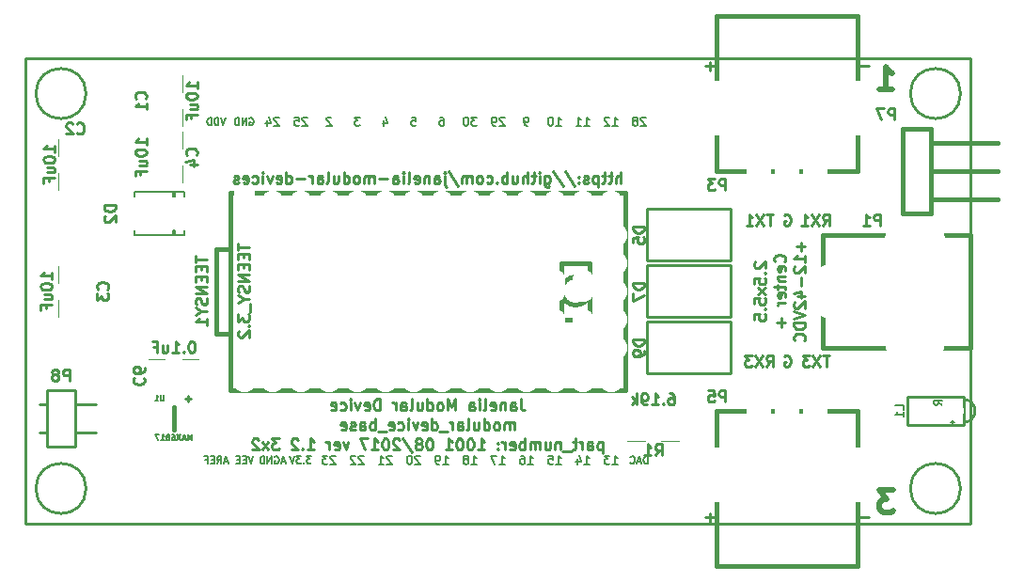
<source format=gbo>
G04 #@! TF.GenerationSoftware,KiCad,Pcbnew,5.0.0-rc2-dev-unknown-482fd86~64~ubuntu16.04.1*
G04 #@! TF.CreationDate,2018-04-24T12:51:52-04:00*
G04 #@! TF.ProjectId,modular_device_base_3x2,6D6F64756C61725F6465766963655F62,1.2*
G04 #@! TF.SameCoordinates,Original*
G04 #@! TF.FileFunction,Legend,Bot*
G04 #@! TF.FilePolarity,Positive*
%FSLAX46Y46*%
G04 Gerber Fmt 4.6, Leading zero omitted, Abs format (unit mm)*
G04 Created by KiCad (PCBNEW 5.0.0-rc2-dev-unknown-482fd86~64~ubuntu16.04.1) date Tue Apr 24 12:51:52 2018*
%MOMM*%
%LPD*%
G01*
G04 APERTURE LIST*
%ADD10C,0.228600*%
%ADD11C,0.190500*%
%ADD12C,0.254000*%
%ADD13C,0.508000*%
%ADD14C,0.381000*%
%ADD15C,0.150000*%
%ADD16C,0.127000*%
%ADD17C,0.158750*%
%ADD18R,3.575000X1.670000*%
%ADD19C,3.956000*%
%ADD20O,2.254200X2.940000*%
%ADD21R,2.254200X2.940000*%
%ADD22O,2.133600X1.625600*%
%ADD23O,1.625600X2.133600*%
%ADD24R,2.743200X2.057400*%
%ADD25O,2.743200X2.057400*%
%ADD26R,3.110000X2.900000*%
%ADD27R,2.940000X1.670000*%
%ADD28O,2.940000X1.924000*%
%ADD29C,1.600200*%
%ADD30R,1.924000X2.940000*%
%ADD31O,1.924000X2.940000*%
%ADD32O,5.480000X3.448000*%
%ADD33O,2.432000X1.924000*%
%ADD34O,1.924000X2.432000*%
%ADD35R,2.997200X5.029200*%
%ADD36R,2.178000X4.591000*%
%ADD37C,2.330400*%
%ADD38O,4.972000X3.956000*%
%ADD39O,4.464000X5.480000*%
%ADD40O,5.480000X3.956000*%
%ADD41R,1.670000X2.940000*%
%ADD42R,5.160000X4.000000*%
%ADD43R,1.640000X1.800000*%
%ADD44R,1.534160X0.762000*%
G04 APERTURE END LIST*
D10*
X144145000Y-78740000D02*
X59055000Y-78740000D01*
X144145000Y-120650000D02*
X144145000Y-78740000D01*
X59055000Y-120650000D02*
X144145000Y-120650000D01*
X59055000Y-78740000D02*
X59055000Y-120650000D01*
D11*
X141568714Y-109963857D02*
X141205857Y-109709857D01*
X141568714Y-109528428D02*
X140806714Y-109528428D01*
X140806714Y-109818714D01*
X140843000Y-109891285D01*
X140879285Y-109927571D01*
X140951857Y-109963857D01*
X141060714Y-109963857D01*
X141133285Y-109927571D01*
X141169571Y-109891285D01*
X141205857Y-109818714D01*
X141205857Y-109528428D01*
D12*
X135007047Y-120087571D02*
X134232952Y-120087571D01*
X121037047Y-120087571D02*
X120262952Y-120087571D01*
X120650000Y-120474619D02*
X120650000Y-119700523D01*
X135007047Y-79447571D02*
X134232952Y-79447571D01*
X121037047Y-79447571D02*
X120262952Y-79447571D01*
X120650000Y-79834619D02*
X120650000Y-79060523D01*
X125748142Y-106504619D02*
X126086809Y-106020809D01*
X126328714Y-106504619D02*
X126328714Y-105488619D01*
X125941666Y-105488619D01*
X125844904Y-105537000D01*
X125796523Y-105585380D01*
X125748142Y-105682142D01*
X125748142Y-105827285D01*
X125796523Y-105924047D01*
X125844904Y-105972428D01*
X125941666Y-106020809D01*
X126328714Y-106020809D01*
X125409476Y-105488619D02*
X124732142Y-106504619D01*
X124732142Y-105488619D02*
X125409476Y-106504619D01*
X124441857Y-105488619D02*
X123812904Y-105488619D01*
X124151571Y-105875666D01*
X124006428Y-105875666D01*
X123909666Y-105924047D01*
X123861285Y-105972428D01*
X123812904Y-106069190D01*
X123812904Y-106311095D01*
X123861285Y-106407857D01*
X123909666Y-106456238D01*
X124006428Y-106504619D01*
X124296714Y-106504619D01*
X124393476Y-106456238D01*
X124441857Y-106407857D01*
X127368904Y-105537000D02*
X127465666Y-105488619D01*
X127610809Y-105488619D01*
X127755952Y-105537000D01*
X127852714Y-105633761D01*
X127901095Y-105730523D01*
X127949476Y-105924047D01*
X127949476Y-106069190D01*
X127901095Y-106262714D01*
X127852714Y-106359476D01*
X127755952Y-106456238D01*
X127610809Y-106504619D01*
X127514047Y-106504619D01*
X127368904Y-106456238D01*
X127320523Y-106407857D01*
X127320523Y-106069190D01*
X127514047Y-106069190D01*
X131432904Y-105488619D02*
X130852333Y-105488619D01*
X131142619Y-106504619D02*
X131142619Y-105488619D01*
X130610428Y-105488619D02*
X129933095Y-106504619D01*
X129933095Y-105488619D02*
X130610428Y-106504619D01*
X129642809Y-105488619D02*
X129013857Y-105488619D01*
X129352523Y-105875666D01*
X129207380Y-105875666D01*
X129110619Y-105924047D01*
X129062238Y-105972428D01*
X129013857Y-106069190D01*
X129013857Y-106311095D01*
X129062238Y-106407857D01*
X129110619Y-106456238D01*
X129207380Y-106504619D01*
X129497666Y-106504619D01*
X129594428Y-106456238D01*
X129642809Y-106407857D01*
X127368904Y-92837000D02*
X127465666Y-92788619D01*
X127610809Y-92788619D01*
X127755952Y-92837000D01*
X127852714Y-92933761D01*
X127901095Y-93030523D01*
X127949476Y-93224047D01*
X127949476Y-93369190D01*
X127901095Y-93562714D01*
X127852714Y-93659476D01*
X127755952Y-93756238D01*
X127610809Y-93804619D01*
X127514047Y-93804619D01*
X127368904Y-93756238D01*
X127320523Y-93707857D01*
X127320523Y-93369190D01*
X127514047Y-93369190D01*
X130828142Y-93804619D02*
X131166809Y-93320809D01*
X131408714Y-93804619D02*
X131408714Y-92788619D01*
X131021666Y-92788619D01*
X130924904Y-92837000D01*
X130876523Y-92885380D01*
X130828142Y-92982142D01*
X130828142Y-93127285D01*
X130876523Y-93224047D01*
X130924904Y-93272428D01*
X131021666Y-93320809D01*
X131408714Y-93320809D01*
X130489476Y-92788619D02*
X129812142Y-93804619D01*
X129812142Y-92788619D02*
X130489476Y-93804619D01*
X128892904Y-93804619D02*
X129473476Y-93804619D01*
X129183190Y-93804619D02*
X129183190Y-92788619D01*
X129279952Y-92933761D01*
X129376714Y-93030523D01*
X129473476Y-93078904D01*
X126352904Y-92788619D02*
X125772333Y-92788619D01*
X126062619Y-93804619D02*
X126062619Y-92788619D01*
X125530428Y-92788619D02*
X124853095Y-93804619D01*
X124853095Y-92788619D02*
X125530428Y-93804619D01*
X123933857Y-93804619D02*
X124514428Y-93804619D01*
X124224142Y-93804619D02*
X124224142Y-92788619D01*
X124320904Y-92933761D01*
X124417666Y-93030523D01*
X124514428Y-93078904D01*
X112667142Y-89994619D02*
X112667142Y-88978619D01*
X112231714Y-89994619D02*
X112231714Y-89462428D01*
X112280095Y-89365666D01*
X112376857Y-89317285D01*
X112522000Y-89317285D01*
X112618761Y-89365666D01*
X112667142Y-89414047D01*
X111893047Y-89317285D02*
X111506000Y-89317285D01*
X111747904Y-88978619D02*
X111747904Y-89849476D01*
X111699523Y-89946238D01*
X111602761Y-89994619D01*
X111506000Y-89994619D01*
X111312476Y-89317285D02*
X110925428Y-89317285D01*
X111167333Y-88978619D02*
X111167333Y-89849476D01*
X111118952Y-89946238D01*
X111022190Y-89994619D01*
X110925428Y-89994619D01*
X110586761Y-89317285D02*
X110586761Y-90333285D01*
X110586761Y-89365666D02*
X110490000Y-89317285D01*
X110296476Y-89317285D01*
X110199714Y-89365666D01*
X110151333Y-89414047D01*
X110102952Y-89510809D01*
X110102952Y-89801095D01*
X110151333Y-89897857D01*
X110199714Y-89946238D01*
X110296476Y-89994619D01*
X110490000Y-89994619D01*
X110586761Y-89946238D01*
X109715904Y-89946238D02*
X109619142Y-89994619D01*
X109425619Y-89994619D01*
X109328857Y-89946238D01*
X109280476Y-89849476D01*
X109280476Y-89801095D01*
X109328857Y-89704333D01*
X109425619Y-89655952D01*
X109570761Y-89655952D01*
X109667523Y-89607571D01*
X109715904Y-89510809D01*
X109715904Y-89462428D01*
X109667523Y-89365666D01*
X109570761Y-89317285D01*
X109425619Y-89317285D01*
X109328857Y-89365666D01*
X108845047Y-89897857D02*
X108796666Y-89946238D01*
X108845047Y-89994619D01*
X108893428Y-89946238D01*
X108845047Y-89897857D01*
X108845047Y-89994619D01*
X108845047Y-89365666D02*
X108796666Y-89414047D01*
X108845047Y-89462428D01*
X108893428Y-89414047D01*
X108845047Y-89365666D01*
X108845047Y-89462428D01*
X107635523Y-88930238D02*
X108506380Y-90236523D01*
X106571142Y-88930238D02*
X107442000Y-90236523D01*
X105797047Y-89317285D02*
X105797047Y-90139761D01*
X105845428Y-90236523D01*
X105893809Y-90284904D01*
X105990571Y-90333285D01*
X106135714Y-90333285D01*
X106232476Y-90284904D01*
X105797047Y-89946238D02*
X105893809Y-89994619D01*
X106087333Y-89994619D01*
X106184095Y-89946238D01*
X106232476Y-89897857D01*
X106280857Y-89801095D01*
X106280857Y-89510809D01*
X106232476Y-89414047D01*
X106184095Y-89365666D01*
X106087333Y-89317285D01*
X105893809Y-89317285D01*
X105797047Y-89365666D01*
X105313238Y-89994619D02*
X105313238Y-89317285D01*
X105313238Y-88978619D02*
X105361619Y-89027000D01*
X105313238Y-89075380D01*
X105264857Y-89027000D01*
X105313238Y-88978619D01*
X105313238Y-89075380D01*
X104974571Y-89317285D02*
X104587523Y-89317285D01*
X104829428Y-88978619D02*
X104829428Y-89849476D01*
X104781047Y-89946238D01*
X104684285Y-89994619D01*
X104587523Y-89994619D01*
X104248857Y-89994619D02*
X104248857Y-88978619D01*
X103813428Y-89994619D02*
X103813428Y-89462428D01*
X103861809Y-89365666D01*
X103958571Y-89317285D01*
X104103714Y-89317285D01*
X104200476Y-89365666D01*
X104248857Y-89414047D01*
X102894190Y-89317285D02*
X102894190Y-89994619D01*
X103329619Y-89317285D02*
X103329619Y-89849476D01*
X103281238Y-89946238D01*
X103184476Y-89994619D01*
X103039333Y-89994619D01*
X102942571Y-89946238D01*
X102894190Y-89897857D01*
X102410380Y-89994619D02*
X102410380Y-88978619D01*
X102410380Y-89365666D02*
X102313619Y-89317285D01*
X102120095Y-89317285D01*
X102023333Y-89365666D01*
X101974952Y-89414047D01*
X101926571Y-89510809D01*
X101926571Y-89801095D01*
X101974952Y-89897857D01*
X102023333Y-89946238D01*
X102120095Y-89994619D01*
X102313619Y-89994619D01*
X102410380Y-89946238D01*
X101491142Y-89897857D02*
X101442761Y-89946238D01*
X101491142Y-89994619D01*
X101539523Y-89946238D01*
X101491142Y-89897857D01*
X101491142Y-89994619D01*
X100571904Y-89946238D02*
X100668666Y-89994619D01*
X100862190Y-89994619D01*
X100958952Y-89946238D01*
X101007333Y-89897857D01*
X101055714Y-89801095D01*
X101055714Y-89510809D01*
X101007333Y-89414047D01*
X100958952Y-89365666D01*
X100862190Y-89317285D01*
X100668666Y-89317285D01*
X100571904Y-89365666D01*
X99991333Y-89994619D02*
X100088095Y-89946238D01*
X100136476Y-89897857D01*
X100184857Y-89801095D01*
X100184857Y-89510809D01*
X100136476Y-89414047D01*
X100088095Y-89365666D01*
X99991333Y-89317285D01*
X99846190Y-89317285D01*
X99749428Y-89365666D01*
X99701047Y-89414047D01*
X99652666Y-89510809D01*
X99652666Y-89801095D01*
X99701047Y-89897857D01*
X99749428Y-89946238D01*
X99846190Y-89994619D01*
X99991333Y-89994619D01*
X99217238Y-89994619D02*
X99217238Y-89317285D01*
X99217238Y-89414047D02*
X99168857Y-89365666D01*
X99072095Y-89317285D01*
X98926952Y-89317285D01*
X98830190Y-89365666D01*
X98781809Y-89462428D01*
X98781809Y-89994619D01*
X98781809Y-89462428D02*
X98733428Y-89365666D01*
X98636666Y-89317285D01*
X98491523Y-89317285D01*
X98394761Y-89365666D01*
X98346380Y-89462428D01*
X98346380Y-89994619D01*
X97136857Y-88930238D02*
X98007714Y-90236523D01*
X96798190Y-89317285D02*
X96798190Y-90188142D01*
X96846571Y-90284904D01*
X96943333Y-90333285D01*
X96991714Y-90333285D01*
X96798190Y-88978619D02*
X96846571Y-89027000D01*
X96798190Y-89075380D01*
X96749809Y-89027000D01*
X96798190Y-88978619D01*
X96798190Y-89075380D01*
X95878952Y-89994619D02*
X95878952Y-89462428D01*
X95927333Y-89365666D01*
X96024095Y-89317285D01*
X96217619Y-89317285D01*
X96314380Y-89365666D01*
X95878952Y-89946238D02*
X95975714Y-89994619D01*
X96217619Y-89994619D01*
X96314380Y-89946238D01*
X96362761Y-89849476D01*
X96362761Y-89752714D01*
X96314380Y-89655952D01*
X96217619Y-89607571D01*
X95975714Y-89607571D01*
X95878952Y-89559190D01*
X95395142Y-89317285D02*
X95395142Y-89994619D01*
X95395142Y-89414047D02*
X95346761Y-89365666D01*
X95250000Y-89317285D01*
X95104857Y-89317285D01*
X95008095Y-89365666D01*
X94959714Y-89462428D01*
X94959714Y-89994619D01*
X94088857Y-89946238D02*
X94185619Y-89994619D01*
X94379142Y-89994619D01*
X94475904Y-89946238D01*
X94524285Y-89849476D01*
X94524285Y-89462428D01*
X94475904Y-89365666D01*
X94379142Y-89317285D01*
X94185619Y-89317285D01*
X94088857Y-89365666D01*
X94040476Y-89462428D01*
X94040476Y-89559190D01*
X94524285Y-89655952D01*
X93459904Y-89994619D02*
X93556666Y-89946238D01*
X93605047Y-89849476D01*
X93605047Y-88978619D01*
X93072857Y-89994619D02*
X93072857Y-89317285D01*
X93072857Y-88978619D02*
X93121238Y-89027000D01*
X93072857Y-89075380D01*
X93024476Y-89027000D01*
X93072857Y-88978619D01*
X93072857Y-89075380D01*
X92153619Y-89994619D02*
X92153619Y-89462428D01*
X92202000Y-89365666D01*
X92298761Y-89317285D01*
X92492285Y-89317285D01*
X92589047Y-89365666D01*
X92153619Y-89946238D02*
X92250380Y-89994619D01*
X92492285Y-89994619D01*
X92589047Y-89946238D01*
X92637428Y-89849476D01*
X92637428Y-89752714D01*
X92589047Y-89655952D01*
X92492285Y-89607571D01*
X92250380Y-89607571D01*
X92153619Y-89559190D01*
X91669809Y-89607571D02*
X90895714Y-89607571D01*
X90411904Y-89994619D02*
X90411904Y-89317285D01*
X90411904Y-89414047D02*
X90363523Y-89365666D01*
X90266761Y-89317285D01*
X90121619Y-89317285D01*
X90024857Y-89365666D01*
X89976476Y-89462428D01*
X89976476Y-89994619D01*
X89976476Y-89462428D02*
X89928095Y-89365666D01*
X89831333Y-89317285D01*
X89686190Y-89317285D01*
X89589428Y-89365666D01*
X89541047Y-89462428D01*
X89541047Y-89994619D01*
X88912095Y-89994619D02*
X89008857Y-89946238D01*
X89057238Y-89897857D01*
X89105619Y-89801095D01*
X89105619Y-89510809D01*
X89057238Y-89414047D01*
X89008857Y-89365666D01*
X88912095Y-89317285D01*
X88766952Y-89317285D01*
X88670190Y-89365666D01*
X88621809Y-89414047D01*
X88573428Y-89510809D01*
X88573428Y-89801095D01*
X88621809Y-89897857D01*
X88670190Y-89946238D01*
X88766952Y-89994619D01*
X88912095Y-89994619D01*
X87702571Y-89994619D02*
X87702571Y-88978619D01*
X87702571Y-89946238D02*
X87799333Y-89994619D01*
X87992857Y-89994619D01*
X88089619Y-89946238D01*
X88138000Y-89897857D01*
X88186380Y-89801095D01*
X88186380Y-89510809D01*
X88138000Y-89414047D01*
X88089619Y-89365666D01*
X87992857Y-89317285D01*
X87799333Y-89317285D01*
X87702571Y-89365666D01*
X86783333Y-89317285D02*
X86783333Y-89994619D01*
X87218761Y-89317285D02*
X87218761Y-89849476D01*
X87170380Y-89946238D01*
X87073619Y-89994619D01*
X86928476Y-89994619D01*
X86831714Y-89946238D01*
X86783333Y-89897857D01*
X86154380Y-89994619D02*
X86251142Y-89946238D01*
X86299523Y-89849476D01*
X86299523Y-88978619D01*
X85331904Y-89994619D02*
X85331904Y-89462428D01*
X85380285Y-89365666D01*
X85477047Y-89317285D01*
X85670571Y-89317285D01*
X85767333Y-89365666D01*
X85331904Y-89946238D02*
X85428666Y-89994619D01*
X85670571Y-89994619D01*
X85767333Y-89946238D01*
X85815714Y-89849476D01*
X85815714Y-89752714D01*
X85767333Y-89655952D01*
X85670571Y-89607571D01*
X85428666Y-89607571D01*
X85331904Y-89559190D01*
X84848095Y-89994619D02*
X84848095Y-89317285D01*
X84848095Y-89510809D02*
X84799714Y-89414047D01*
X84751333Y-89365666D01*
X84654571Y-89317285D01*
X84557809Y-89317285D01*
X84219142Y-89607571D02*
X83445047Y-89607571D01*
X82525809Y-89994619D02*
X82525809Y-88978619D01*
X82525809Y-89946238D02*
X82622571Y-89994619D01*
X82816095Y-89994619D01*
X82912857Y-89946238D01*
X82961238Y-89897857D01*
X83009619Y-89801095D01*
X83009619Y-89510809D01*
X82961238Y-89414047D01*
X82912857Y-89365666D01*
X82816095Y-89317285D01*
X82622571Y-89317285D01*
X82525809Y-89365666D01*
X81654952Y-89946238D02*
X81751714Y-89994619D01*
X81945238Y-89994619D01*
X82042000Y-89946238D01*
X82090380Y-89849476D01*
X82090380Y-89462428D01*
X82042000Y-89365666D01*
X81945238Y-89317285D01*
X81751714Y-89317285D01*
X81654952Y-89365666D01*
X81606571Y-89462428D01*
X81606571Y-89559190D01*
X82090380Y-89655952D01*
X81267904Y-89317285D02*
X81026000Y-89994619D01*
X80784095Y-89317285D01*
X80397047Y-89994619D02*
X80397047Y-89317285D01*
X80397047Y-88978619D02*
X80445428Y-89027000D01*
X80397047Y-89075380D01*
X80348666Y-89027000D01*
X80397047Y-88978619D01*
X80397047Y-89075380D01*
X79477809Y-89946238D02*
X79574571Y-89994619D01*
X79768095Y-89994619D01*
X79864857Y-89946238D01*
X79913238Y-89897857D01*
X79961619Y-89801095D01*
X79961619Y-89510809D01*
X79913238Y-89414047D01*
X79864857Y-89365666D01*
X79768095Y-89317285D01*
X79574571Y-89317285D01*
X79477809Y-89365666D01*
X78655333Y-89946238D02*
X78752095Y-89994619D01*
X78945619Y-89994619D01*
X79042380Y-89946238D01*
X79090761Y-89849476D01*
X79090761Y-89462428D01*
X79042380Y-89365666D01*
X78945619Y-89317285D01*
X78752095Y-89317285D01*
X78655333Y-89365666D01*
X78606952Y-89462428D01*
X78606952Y-89559190D01*
X79090761Y-89655952D01*
X78219904Y-89946238D02*
X78123142Y-89994619D01*
X77929619Y-89994619D01*
X77832857Y-89946238D01*
X77784476Y-89849476D01*
X77784476Y-89801095D01*
X77832857Y-89704333D01*
X77929619Y-89655952D01*
X78074761Y-89655952D01*
X78171523Y-89607571D01*
X78219904Y-89510809D01*
X78219904Y-89462428D01*
X78171523Y-89365666D01*
X78074761Y-89317285D01*
X77929619Y-89317285D01*
X77832857Y-89365666D01*
X103644095Y-109425619D02*
X103644095Y-110151333D01*
X103692476Y-110296476D01*
X103789238Y-110393238D01*
X103934380Y-110441619D01*
X104031142Y-110441619D01*
X102724857Y-110441619D02*
X102724857Y-109909428D01*
X102773238Y-109812666D01*
X102870000Y-109764285D01*
X103063523Y-109764285D01*
X103160285Y-109812666D01*
X102724857Y-110393238D02*
X102821619Y-110441619D01*
X103063523Y-110441619D01*
X103160285Y-110393238D01*
X103208666Y-110296476D01*
X103208666Y-110199714D01*
X103160285Y-110102952D01*
X103063523Y-110054571D01*
X102821619Y-110054571D01*
X102724857Y-110006190D01*
X102241047Y-109764285D02*
X102241047Y-110441619D01*
X102241047Y-109861047D02*
X102192666Y-109812666D01*
X102095904Y-109764285D01*
X101950761Y-109764285D01*
X101854000Y-109812666D01*
X101805619Y-109909428D01*
X101805619Y-110441619D01*
X100934761Y-110393238D02*
X101031523Y-110441619D01*
X101225047Y-110441619D01*
X101321809Y-110393238D01*
X101370190Y-110296476D01*
X101370190Y-109909428D01*
X101321809Y-109812666D01*
X101225047Y-109764285D01*
X101031523Y-109764285D01*
X100934761Y-109812666D01*
X100886380Y-109909428D01*
X100886380Y-110006190D01*
X101370190Y-110102952D01*
X100305809Y-110441619D02*
X100402571Y-110393238D01*
X100450952Y-110296476D01*
X100450952Y-109425619D01*
X99918761Y-110441619D02*
X99918761Y-109764285D01*
X99918761Y-109425619D02*
X99967142Y-109474000D01*
X99918761Y-109522380D01*
X99870380Y-109474000D01*
X99918761Y-109425619D01*
X99918761Y-109522380D01*
X98999523Y-110441619D02*
X98999523Y-109909428D01*
X99047904Y-109812666D01*
X99144666Y-109764285D01*
X99338190Y-109764285D01*
X99434952Y-109812666D01*
X98999523Y-110393238D02*
X99096285Y-110441619D01*
X99338190Y-110441619D01*
X99434952Y-110393238D01*
X99483333Y-110296476D01*
X99483333Y-110199714D01*
X99434952Y-110102952D01*
X99338190Y-110054571D01*
X99096285Y-110054571D01*
X98999523Y-110006190D01*
X97741619Y-110441619D02*
X97741619Y-109425619D01*
X97402952Y-110151333D01*
X97064285Y-109425619D01*
X97064285Y-110441619D01*
X96435333Y-110441619D02*
X96532095Y-110393238D01*
X96580476Y-110344857D01*
X96628857Y-110248095D01*
X96628857Y-109957809D01*
X96580476Y-109861047D01*
X96532095Y-109812666D01*
X96435333Y-109764285D01*
X96290190Y-109764285D01*
X96193428Y-109812666D01*
X96145047Y-109861047D01*
X96096666Y-109957809D01*
X96096666Y-110248095D01*
X96145047Y-110344857D01*
X96193428Y-110393238D01*
X96290190Y-110441619D01*
X96435333Y-110441619D01*
X95225809Y-110441619D02*
X95225809Y-109425619D01*
X95225809Y-110393238D02*
X95322571Y-110441619D01*
X95516095Y-110441619D01*
X95612857Y-110393238D01*
X95661238Y-110344857D01*
X95709619Y-110248095D01*
X95709619Y-109957809D01*
X95661238Y-109861047D01*
X95612857Y-109812666D01*
X95516095Y-109764285D01*
X95322571Y-109764285D01*
X95225809Y-109812666D01*
X94306571Y-109764285D02*
X94306571Y-110441619D01*
X94742000Y-109764285D02*
X94742000Y-110296476D01*
X94693619Y-110393238D01*
X94596857Y-110441619D01*
X94451714Y-110441619D01*
X94354952Y-110393238D01*
X94306571Y-110344857D01*
X93677619Y-110441619D02*
X93774380Y-110393238D01*
X93822761Y-110296476D01*
X93822761Y-109425619D01*
X92855142Y-110441619D02*
X92855142Y-109909428D01*
X92903523Y-109812666D01*
X93000285Y-109764285D01*
X93193809Y-109764285D01*
X93290571Y-109812666D01*
X92855142Y-110393238D02*
X92951904Y-110441619D01*
X93193809Y-110441619D01*
X93290571Y-110393238D01*
X93338952Y-110296476D01*
X93338952Y-110199714D01*
X93290571Y-110102952D01*
X93193809Y-110054571D01*
X92951904Y-110054571D01*
X92855142Y-110006190D01*
X92371333Y-110441619D02*
X92371333Y-109764285D01*
X92371333Y-109957809D02*
X92322952Y-109861047D01*
X92274571Y-109812666D01*
X92177809Y-109764285D01*
X92081047Y-109764285D01*
X90968285Y-110441619D02*
X90968285Y-109425619D01*
X90726380Y-109425619D01*
X90581238Y-109474000D01*
X90484476Y-109570761D01*
X90436095Y-109667523D01*
X90387714Y-109861047D01*
X90387714Y-110006190D01*
X90436095Y-110199714D01*
X90484476Y-110296476D01*
X90581238Y-110393238D01*
X90726380Y-110441619D01*
X90968285Y-110441619D01*
X89565238Y-110393238D02*
X89662000Y-110441619D01*
X89855523Y-110441619D01*
X89952285Y-110393238D01*
X90000666Y-110296476D01*
X90000666Y-109909428D01*
X89952285Y-109812666D01*
X89855523Y-109764285D01*
X89662000Y-109764285D01*
X89565238Y-109812666D01*
X89516857Y-109909428D01*
X89516857Y-110006190D01*
X90000666Y-110102952D01*
X89178190Y-109764285D02*
X88936285Y-110441619D01*
X88694380Y-109764285D01*
X88307333Y-110441619D02*
X88307333Y-109764285D01*
X88307333Y-109425619D02*
X88355714Y-109474000D01*
X88307333Y-109522380D01*
X88258952Y-109474000D01*
X88307333Y-109425619D01*
X88307333Y-109522380D01*
X87388095Y-110393238D02*
X87484857Y-110441619D01*
X87678380Y-110441619D01*
X87775142Y-110393238D01*
X87823523Y-110344857D01*
X87871904Y-110248095D01*
X87871904Y-109957809D01*
X87823523Y-109861047D01*
X87775142Y-109812666D01*
X87678380Y-109764285D01*
X87484857Y-109764285D01*
X87388095Y-109812666D01*
X86565619Y-110393238D02*
X86662380Y-110441619D01*
X86855904Y-110441619D01*
X86952666Y-110393238D01*
X87001047Y-110296476D01*
X87001047Y-109909428D01*
X86952666Y-109812666D01*
X86855904Y-109764285D01*
X86662380Y-109764285D01*
X86565619Y-109812666D01*
X86517238Y-109909428D01*
X86517238Y-110006190D01*
X87001047Y-110102952D01*
X103039333Y-112219619D02*
X103039333Y-111542285D01*
X103039333Y-111639047D02*
X102990952Y-111590666D01*
X102894190Y-111542285D01*
X102749047Y-111542285D01*
X102652285Y-111590666D01*
X102603904Y-111687428D01*
X102603904Y-112219619D01*
X102603904Y-111687428D02*
X102555523Y-111590666D01*
X102458761Y-111542285D01*
X102313619Y-111542285D01*
X102216857Y-111590666D01*
X102168476Y-111687428D01*
X102168476Y-112219619D01*
X101539523Y-112219619D02*
X101636285Y-112171238D01*
X101684666Y-112122857D01*
X101733047Y-112026095D01*
X101733047Y-111735809D01*
X101684666Y-111639047D01*
X101636285Y-111590666D01*
X101539523Y-111542285D01*
X101394380Y-111542285D01*
X101297619Y-111590666D01*
X101249238Y-111639047D01*
X101200857Y-111735809D01*
X101200857Y-112026095D01*
X101249238Y-112122857D01*
X101297619Y-112171238D01*
X101394380Y-112219619D01*
X101539523Y-112219619D01*
X100330000Y-112219619D02*
X100330000Y-111203619D01*
X100330000Y-112171238D02*
X100426761Y-112219619D01*
X100620285Y-112219619D01*
X100717047Y-112171238D01*
X100765428Y-112122857D01*
X100813809Y-112026095D01*
X100813809Y-111735809D01*
X100765428Y-111639047D01*
X100717047Y-111590666D01*
X100620285Y-111542285D01*
X100426761Y-111542285D01*
X100330000Y-111590666D01*
X99410761Y-111542285D02*
X99410761Y-112219619D01*
X99846190Y-111542285D02*
X99846190Y-112074476D01*
X99797809Y-112171238D01*
X99701047Y-112219619D01*
X99555904Y-112219619D01*
X99459142Y-112171238D01*
X99410761Y-112122857D01*
X98781809Y-112219619D02*
X98878571Y-112171238D01*
X98926952Y-112074476D01*
X98926952Y-111203619D01*
X97959333Y-112219619D02*
X97959333Y-111687428D01*
X98007714Y-111590666D01*
X98104476Y-111542285D01*
X98298000Y-111542285D01*
X98394761Y-111590666D01*
X97959333Y-112171238D02*
X98056095Y-112219619D01*
X98298000Y-112219619D01*
X98394761Y-112171238D01*
X98443142Y-112074476D01*
X98443142Y-111977714D01*
X98394761Y-111880952D01*
X98298000Y-111832571D01*
X98056095Y-111832571D01*
X97959333Y-111784190D01*
X97475523Y-112219619D02*
X97475523Y-111542285D01*
X97475523Y-111735809D02*
X97427142Y-111639047D01*
X97378761Y-111590666D01*
X97282000Y-111542285D01*
X97185238Y-111542285D01*
X97088476Y-112316380D02*
X96314380Y-112316380D01*
X95637047Y-112219619D02*
X95637047Y-111203619D01*
X95637047Y-112171238D02*
X95733809Y-112219619D01*
X95927333Y-112219619D01*
X96024095Y-112171238D01*
X96072476Y-112122857D01*
X96120857Y-112026095D01*
X96120857Y-111735809D01*
X96072476Y-111639047D01*
X96024095Y-111590666D01*
X95927333Y-111542285D01*
X95733809Y-111542285D01*
X95637047Y-111590666D01*
X94766190Y-112171238D02*
X94862952Y-112219619D01*
X95056476Y-112219619D01*
X95153238Y-112171238D01*
X95201619Y-112074476D01*
X95201619Y-111687428D01*
X95153238Y-111590666D01*
X95056476Y-111542285D01*
X94862952Y-111542285D01*
X94766190Y-111590666D01*
X94717809Y-111687428D01*
X94717809Y-111784190D01*
X95201619Y-111880952D01*
X94379142Y-111542285D02*
X94137238Y-112219619D01*
X93895333Y-111542285D01*
X93508285Y-112219619D02*
X93508285Y-111542285D01*
X93508285Y-111203619D02*
X93556666Y-111252000D01*
X93508285Y-111300380D01*
X93459904Y-111252000D01*
X93508285Y-111203619D01*
X93508285Y-111300380D01*
X92589047Y-112171238D02*
X92685809Y-112219619D01*
X92879333Y-112219619D01*
X92976095Y-112171238D01*
X93024476Y-112122857D01*
X93072857Y-112026095D01*
X93072857Y-111735809D01*
X93024476Y-111639047D01*
X92976095Y-111590666D01*
X92879333Y-111542285D01*
X92685809Y-111542285D01*
X92589047Y-111590666D01*
X91766571Y-112171238D02*
X91863333Y-112219619D01*
X92056857Y-112219619D01*
X92153619Y-112171238D01*
X92202000Y-112074476D01*
X92202000Y-111687428D01*
X92153619Y-111590666D01*
X92056857Y-111542285D01*
X91863333Y-111542285D01*
X91766571Y-111590666D01*
X91718190Y-111687428D01*
X91718190Y-111784190D01*
X92202000Y-111880952D01*
X91524666Y-112316380D02*
X90750571Y-112316380D01*
X90508666Y-112219619D02*
X90508666Y-111203619D01*
X90508666Y-111590666D02*
X90411904Y-111542285D01*
X90218380Y-111542285D01*
X90121619Y-111590666D01*
X90073238Y-111639047D01*
X90024857Y-111735809D01*
X90024857Y-112026095D01*
X90073238Y-112122857D01*
X90121619Y-112171238D01*
X90218380Y-112219619D01*
X90411904Y-112219619D01*
X90508666Y-112171238D01*
X89154000Y-112219619D02*
X89154000Y-111687428D01*
X89202380Y-111590666D01*
X89299142Y-111542285D01*
X89492666Y-111542285D01*
X89589428Y-111590666D01*
X89154000Y-112171238D02*
X89250761Y-112219619D01*
X89492666Y-112219619D01*
X89589428Y-112171238D01*
X89637809Y-112074476D01*
X89637809Y-111977714D01*
X89589428Y-111880952D01*
X89492666Y-111832571D01*
X89250761Y-111832571D01*
X89154000Y-111784190D01*
X88718571Y-112171238D02*
X88621809Y-112219619D01*
X88428285Y-112219619D01*
X88331523Y-112171238D01*
X88283142Y-112074476D01*
X88283142Y-112026095D01*
X88331523Y-111929333D01*
X88428285Y-111880952D01*
X88573428Y-111880952D01*
X88670190Y-111832571D01*
X88718571Y-111735809D01*
X88718571Y-111687428D01*
X88670190Y-111590666D01*
X88573428Y-111542285D01*
X88428285Y-111542285D01*
X88331523Y-111590666D01*
X87460666Y-112171238D02*
X87557428Y-112219619D01*
X87750952Y-112219619D01*
X87847714Y-112171238D01*
X87896095Y-112074476D01*
X87896095Y-111687428D01*
X87847714Y-111590666D01*
X87750952Y-111542285D01*
X87557428Y-111542285D01*
X87460666Y-111590666D01*
X87412285Y-111687428D01*
X87412285Y-111784190D01*
X87896095Y-111880952D01*
X110998000Y-113320285D02*
X110998000Y-114336285D01*
X110998000Y-113368666D02*
X110901238Y-113320285D01*
X110707714Y-113320285D01*
X110610952Y-113368666D01*
X110562571Y-113417047D01*
X110514190Y-113513809D01*
X110514190Y-113804095D01*
X110562571Y-113900857D01*
X110610952Y-113949238D01*
X110707714Y-113997619D01*
X110901238Y-113997619D01*
X110998000Y-113949238D01*
X109643333Y-113997619D02*
X109643333Y-113465428D01*
X109691714Y-113368666D01*
X109788476Y-113320285D01*
X109982000Y-113320285D01*
X110078761Y-113368666D01*
X109643333Y-113949238D02*
X109740095Y-113997619D01*
X109982000Y-113997619D01*
X110078761Y-113949238D01*
X110127142Y-113852476D01*
X110127142Y-113755714D01*
X110078761Y-113658952D01*
X109982000Y-113610571D01*
X109740095Y-113610571D01*
X109643333Y-113562190D01*
X109159523Y-113997619D02*
X109159523Y-113320285D01*
X109159523Y-113513809D02*
X109111142Y-113417047D01*
X109062761Y-113368666D01*
X108966000Y-113320285D01*
X108869238Y-113320285D01*
X108675714Y-113320285D02*
X108288666Y-113320285D01*
X108530571Y-112981619D02*
X108530571Y-113852476D01*
X108482190Y-113949238D01*
X108385428Y-113997619D01*
X108288666Y-113997619D01*
X108191904Y-114094380D02*
X107417809Y-114094380D01*
X107175904Y-113320285D02*
X107175904Y-113997619D01*
X107175904Y-113417047D02*
X107127523Y-113368666D01*
X107030761Y-113320285D01*
X106885619Y-113320285D01*
X106788857Y-113368666D01*
X106740476Y-113465428D01*
X106740476Y-113997619D01*
X105821238Y-113320285D02*
X105821238Y-113997619D01*
X106256666Y-113320285D02*
X106256666Y-113852476D01*
X106208285Y-113949238D01*
X106111523Y-113997619D01*
X105966380Y-113997619D01*
X105869619Y-113949238D01*
X105821238Y-113900857D01*
X105337428Y-113997619D02*
X105337428Y-113320285D01*
X105337428Y-113417047D02*
X105289047Y-113368666D01*
X105192285Y-113320285D01*
X105047142Y-113320285D01*
X104950380Y-113368666D01*
X104902000Y-113465428D01*
X104902000Y-113997619D01*
X104902000Y-113465428D02*
X104853619Y-113368666D01*
X104756857Y-113320285D01*
X104611714Y-113320285D01*
X104514952Y-113368666D01*
X104466571Y-113465428D01*
X104466571Y-113997619D01*
X103982761Y-113997619D02*
X103982761Y-112981619D01*
X103982761Y-113368666D02*
X103886000Y-113320285D01*
X103692476Y-113320285D01*
X103595714Y-113368666D01*
X103547333Y-113417047D01*
X103498952Y-113513809D01*
X103498952Y-113804095D01*
X103547333Y-113900857D01*
X103595714Y-113949238D01*
X103692476Y-113997619D01*
X103886000Y-113997619D01*
X103982761Y-113949238D01*
X102676476Y-113949238D02*
X102773238Y-113997619D01*
X102966761Y-113997619D01*
X103063523Y-113949238D01*
X103111904Y-113852476D01*
X103111904Y-113465428D01*
X103063523Y-113368666D01*
X102966761Y-113320285D01*
X102773238Y-113320285D01*
X102676476Y-113368666D01*
X102628095Y-113465428D01*
X102628095Y-113562190D01*
X103111904Y-113658952D01*
X102192666Y-113997619D02*
X102192666Y-113320285D01*
X102192666Y-113513809D02*
X102144285Y-113417047D01*
X102095904Y-113368666D01*
X101999142Y-113320285D01*
X101902380Y-113320285D01*
X101563714Y-113900857D02*
X101515333Y-113949238D01*
X101563714Y-113997619D01*
X101612095Y-113949238D01*
X101563714Y-113900857D01*
X101563714Y-113997619D01*
X101563714Y-113368666D02*
X101515333Y-113417047D01*
X101563714Y-113465428D01*
X101612095Y-113417047D01*
X101563714Y-113368666D01*
X101563714Y-113465428D01*
X99773619Y-113997619D02*
X100354190Y-113997619D01*
X100063904Y-113997619D02*
X100063904Y-112981619D01*
X100160666Y-113126761D01*
X100257428Y-113223523D01*
X100354190Y-113271904D01*
X99144666Y-112981619D02*
X99047904Y-112981619D01*
X98951142Y-113030000D01*
X98902761Y-113078380D01*
X98854380Y-113175142D01*
X98806000Y-113368666D01*
X98806000Y-113610571D01*
X98854380Y-113804095D01*
X98902761Y-113900857D01*
X98951142Y-113949238D01*
X99047904Y-113997619D01*
X99144666Y-113997619D01*
X99241428Y-113949238D01*
X99289809Y-113900857D01*
X99338190Y-113804095D01*
X99386571Y-113610571D01*
X99386571Y-113368666D01*
X99338190Y-113175142D01*
X99289809Y-113078380D01*
X99241428Y-113030000D01*
X99144666Y-112981619D01*
X98177047Y-112981619D02*
X98080285Y-112981619D01*
X97983523Y-113030000D01*
X97935142Y-113078380D01*
X97886761Y-113175142D01*
X97838380Y-113368666D01*
X97838380Y-113610571D01*
X97886761Y-113804095D01*
X97935142Y-113900857D01*
X97983523Y-113949238D01*
X98080285Y-113997619D01*
X98177047Y-113997619D01*
X98273809Y-113949238D01*
X98322190Y-113900857D01*
X98370571Y-113804095D01*
X98418952Y-113610571D01*
X98418952Y-113368666D01*
X98370571Y-113175142D01*
X98322190Y-113078380D01*
X98273809Y-113030000D01*
X98177047Y-112981619D01*
X96870761Y-113997619D02*
X97451333Y-113997619D01*
X97161047Y-113997619D02*
X97161047Y-112981619D01*
X97257809Y-113126761D01*
X97354571Y-113223523D01*
X97451333Y-113271904D01*
X95467714Y-112981619D02*
X95370952Y-112981619D01*
X95274190Y-113030000D01*
X95225809Y-113078380D01*
X95177428Y-113175142D01*
X95129047Y-113368666D01*
X95129047Y-113610571D01*
X95177428Y-113804095D01*
X95225809Y-113900857D01*
X95274190Y-113949238D01*
X95370952Y-113997619D01*
X95467714Y-113997619D01*
X95564476Y-113949238D01*
X95612857Y-113900857D01*
X95661238Y-113804095D01*
X95709619Y-113610571D01*
X95709619Y-113368666D01*
X95661238Y-113175142D01*
X95612857Y-113078380D01*
X95564476Y-113030000D01*
X95467714Y-112981619D01*
X94548476Y-113417047D02*
X94645238Y-113368666D01*
X94693619Y-113320285D01*
X94742000Y-113223523D01*
X94742000Y-113175142D01*
X94693619Y-113078380D01*
X94645238Y-113030000D01*
X94548476Y-112981619D01*
X94354952Y-112981619D01*
X94258190Y-113030000D01*
X94209809Y-113078380D01*
X94161428Y-113175142D01*
X94161428Y-113223523D01*
X94209809Y-113320285D01*
X94258190Y-113368666D01*
X94354952Y-113417047D01*
X94548476Y-113417047D01*
X94645238Y-113465428D01*
X94693619Y-113513809D01*
X94742000Y-113610571D01*
X94742000Y-113804095D01*
X94693619Y-113900857D01*
X94645238Y-113949238D01*
X94548476Y-113997619D01*
X94354952Y-113997619D01*
X94258190Y-113949238D01*
X94209809Y-113900857D01*
X94161428Y-113804095D01*
X94161428Y-113610571D01*
X94209809Y-113513809D01*
X94258190Y-113465428D01*
X94354952Y-113417047D01*
X93000285Y-112933238D02*
X93871142Y-114239523D01*
X92710000Y-113078380D02*
X92661619Y-113030000D01*
X92564857Y-112981619D01*
X92322952Y-112981619D01*
X92226190Y-113030000D01*
X92177809Y-113078380D01*
X92129428Y-113175142D01*
X92129428Y-113271904D01*
X92177809Y-113417047D01*
X92758380Y-113997619D01*
X92129428Y-113997619D01*
X91500476Y-112981619D02*
X91403714Y-112981619D01*
X91306952Y-113030000D01*
X91258571Y-113078380D01*
X91210190Y-113175142D01*
X91161809Y-113368666D01*
X91161809Y-113610571D01*
X91210190Y-113804095D01*
X91258571Y-113900857D01*
X91306952Y-113949238D01*
X91403714Y-113997619D01*
X91500476Y-113997619D01*
X91597238Y-113949238D01*
X91645619Y-113900857D01*
X91694000Y-113804095D01*
X91742380Y-113610571D01*
X91742380Y-113368666D01*
X91694000Y-113175142D01*
X91645619Y-113078380D01*
X91597238Y-113030000D01*
X91500476Y-112981619D01*
X90194190Y-113997619D02*
X90774761Y-113997619D01*
X90484476Y-113997619D02*
X90484476Y-112981619D01*
X90581238Y-113126761D01*
X90678000Y-113223523D01*
X90774761Y-113271904D01*
X89855523Y-112981619D02*
X89178190Y-112981619D01*
X89613619Y-113997619D01*
X88113809Y-113320285D02*
X87871904Y-113997619D01*
X87630000Y-113320285D01*
X86855904Y-113949238D02*
X86952666Y-113997619D01*
X87146190Y-113997619D01*
X87242952Y-113949238D01*
X87291333Y-113852476D01*
X87291333Y-113465428D01*
X87242952Y-113368666D01*
X87146190Y-113320285D01*
X86952666Y-113320285D01*
X86855904Y-113368666D01*
X86807523Y-113465428D01*
X86807523Y-113562190D01*
X87291333Y-113658952D01*
X86372095Y-113997619D02*
X86372095Y-113320285D01*
X86372095Y-113513809D02*
X86323714Y-113417047D01*
X86275333Y-113368666D01*
X86178571Y-113320285D01*
X86081809Y-113320285D01*
X84436857Y-113997619D02*
X85017428Y-113997619D01*
X84727142Y-113997619D02*
X84727142Y-112981619D01*
X84823904Y-113126761D01*
X84920666Y-113223523D01*
X85017428Y-113271904D01*
X84001428Y-113900857D02*
X83953047Y-113949238D01*
X84001428Y-113997619D01*
X84049809Y-113949238D01*
X84001428Y-113900857D01*
X84001428Y-113997619D01*
X83566000Y-113078380D02*
X83517619Y-113030000D01*
X83420857Y-112981619D01*
X83178952Y-112981619D01*
X83082190Y-113030000D01*
X83033809Y-113078380D01*
X82985428Y-113175142D01*
X82985428Y-113271904D01*
X83033809Y-113417047D01*
X83614380Y-113997619D01*
X82985428Y-113997619D01*
X81872666Y-112981619D02*
X81243714Y-112981619D01*
X81582380Y-113368666D01*
X81437238Y-113368666D01*
X81340476Y-113417047D01*
X81292095Y-113465428D01*
X81243714Y-113562190D01*
X81243714Y-113804095D01*
X81292095Y-113900857D01*
X81340476Y-113949238D01*
X81437238Y-113997619D01*
X81727523Y-113997619D01*
X81824285Y-113949238D01*
X81872666Y-113900857D01*
X80905047Y-113997619D02*
X80372857Y-113320285D01*
X80905047Y-113320285D02*
X80372857Y-113997619D01*
X80034190Y-113078380D02*
X79985809Y-113030000D01*
X79889047Y-112981619D01*
X79647142Y-112981619D01*
X79550380Y-113030000D01*
X79502000Y-113078380D01*
X79453619Y-113175142D01*
X79453619Y-113271904D01*
X79502000Y-113417047D01*
X80082571Y-113997619D01*
X79453619Y-113997619D01*
D13*
X135944428Y-81564238D02*
X137105571Y-81564238D01*
X136525000Y-81564238D02*
X136525000Y-79532238D01*
X136718523Y-79822523D01*
X136912047Y-80016047D01*
X137105571Y-80112809D01*
X137202333Y-117632238D02*
X135944428Y-117632238D01*
X136621761Y-118406333D01*
X136331476Y-118406333D01*
X136137952Y-118503095D01*
X136041190Y-118599857D01*
X135944428Y-118793380D01*
X135944428Y-119277190D01*
X136041190Y-119470714D01*
X136137952Y-119567476D01*
X136331476Y-119664238D01*
X136912047Y-119664238D01*
X137105571Y-119567476D01*
X137202333Y-119470714D01*
D12*
X124762380Y-97058238D02*
X124714000Y-97106619D01*
X124665619Y-97203380D01*
X124665619Y-97445285D01*
X124714000Y-97542047D01*
X124762380Y-97590428D01*
X124859142Y-97638809D01*
X124955904Y-97638809D01*
X125101047Y-97590428D01*
X125681619Y-97009857D01*
X125681619Y-97638809D01*
X125584857Y-98074238D02*
X125633238Y-98122619D01*
X125681619Y-98074238D01*
X125633238Y-98025857D01*
X125584857Y-98074238D01*
X125681619Y-98074238D01*
X124665619Y-99041857D02*
X124665619Y-98558047D01*
X125149428Y-98509666D01*
X125101047Y-98558047D01*
X125052666Y-98654809D01*
X125052666Y-98896714D01*
X125101047Y-98993476D01*
X125149428Y-99041857D01*
X125246190Y-99090238D01*
X125488095Y-99090238D01*
X125584857Y-99041857D01*
X125633238Y-98993476D01*
X125681619Y-98896714D01*
X125681619Y-98654809D01*
X125633238Y-98558047D01*
X125584857Y-98509666D01*
X125681619Y-99428904D02*
X125004285Y-99961095D01*
X125004285Y-99428904D02*
X125681619Y-99961095D01*
X124665619Y-100831952D02*
X124665619Y-100348142D01*
X125149428Y-100299761D01*
X125101047Y-100348142D01*
X125052666Y-100444904D01*
X125052666Y-100686809D01*
X125101047Y-100783571D01*
X125149428Y-100831952D01*
X125246190Y-100880333D01*
X125488095Y-100880333D01*
X125584857Y-100831952D01*
X125633238Y-100783571D01*
X125681619Y-100686809D01*
X125681619Y-100444904D01*
X125633238Y-100348142D01*
X125584857Y-100299761D01*
X125584857Y-101315761D02*
X125633238Y-101364142D01*
X125681619Y-101315761D01*
X125633238Y-101267380D01*
X125584857Y-101315761D01*
X125681619Y-101315761D01*
X124665619Y-102283380D02*
X124665619Y-101799571D01*
X125149428Y-101751190D01*
X125101047Y-101799571D01*
X125052666Y-101896333D01*
X125052666Y-102138238D01*
X125101047Y-102235000D01*
X125149428Y-102283380D01*
X125246190Y-102331761D01*
X125488095Y-102331761D01*
X125584857Y-102283380D01*
X125633238Y-102235000D01*
X125681619Y-102138238D01*
X125681619Y-101896333D01*
X125633238Y-101799571D01*
X125584857Y-101751190D01*
X127362857Y-97058238D02*
X127411238Y-97009857D01*
X127459619Y-96864714D01*
X127459619Y-96767952D01*
X127411238Y-96622809D01*
X127314476Y-96526047D01*
X127217714Y-96477666D01*
X127024190Y-96429285D01*
X126879047Y-96429285D01*
X126685523Y-96477666D01*
X126588761Y-96526047D01*
X126492000Y-96622809D01*
X126443619Y-96767952D01*
X126443619Y-96864714D01*
X126492000Y-97009857D01*
X126540380Y-97058238D01*
X127411238Y-97880714D02*
X127459619Y-97783952D01*
X127459619Y-97590428D01*
X127411238Y-97493666D01*
X127314476Y-97445285D01*
X126927428Y-97445285D01*
X126830666Y-97493666D01*
X126782285Y-97590428D01*
X126782285Y-97783952D01*
X126830666Y-97880714D01*
X126927428Y-97929095D01*
X127024190Y-97929095D01*
X127120952Y-97445285D01*
X126782285Y-98364523D02*
X127459619Y-98364523D01*
X126879047Y-98364523D02*
X126830666Y-98412904D01*
X126782285Y-98509666D01*
X126782285Y-98654809D01*
X126830666Y-98751571D01*
X126927428Y-98799952D01*
X127459619Y-98799952D01*
X126782285Y-99138619D02*
X126782285Y-99525666D01*
X126443619Y-99283761D02*
X127314476Y-99283761D01*
X127411238Y-99332142D01*
X127459619Y-99428904D01*
X127459619Y-99525666D01*
X127411238Y-100251380D02*
X127459619Y-100154619D01*
X127459619Y-99961095D01*
X127411238Y-99864333D01*
X127314476Y-99815952D01*
X126927428Y-99815952D01*
X126830666Y-99864333D01*
X126782285Y-99961095D01*
X126782285Y-100154619D01*
X126830666Y-100251380D01*
X126927428Y-100299761D01*
X127024190Y-100299761D01*
X127120952Y-99815952D01*
X127459619Y-100735190D02*
X126782285Y-100735190D01*
X126975809Y-100735190D02*
X126879047Y-100783571D01*
X126830666Y-100831952D01*
X126782285Y-100928714D01*
X126782285Y-101025476D01*
X127072571Y-102138238D02*
X127072571Y-102912333D01*
X127459619Y-102525285D02*
X126685523Y-102525285D01*
X128850571Y-95292333D02*
X128850571Y-96066428D01*
X129237619Y-95679380D02*
X128463523Y-95679380D01*
X129237619Y-97082428D02*
X129237619Y-96501857D01*
X129237619Y-96792142D02*
X128221619Y-96792142D01*
X128366761Y-96695380D01*
X128463523Y-96598619D01*
X128511904Y-96501857D01*
X128318380Y-97469476D02*
X128270000Y-97517857D01*
X128221619Y-97614619D01*
X128221619Y-97856523D01*
X128270000Y-97953285D01*
X128318380Y-98001666D01*
X128415142Y-98050047D01*
X128511904Y-98050047D01*
X128657047Y-98001666D01*
X129237619Y-97421095D01*
X129237619Y-98050047D01*
X128850571Y-98485476D02*
X128850571Y-99259571D01*
X128560285Y-100178809D02*
X129237619Y-100178809D01*
X128173238Y-99936904D02*
X128898952Y-99695000D01*
X128898952Y-100323952D01*
X128318380Y-100662619D02*
X128270000Y-100711000D01*
X128221619Y-100807761D01*
X128221619Y-101049666D01*
X128270000Y-101146428D01*
X128318380Y-101194809D01*
X128415142Y-101243190D01*
X128511904Y-101243190D01*
X128657047Y-101194809D01*
X129237619Y-100614238D01*
X129237619Y-101243190D01*
X128221619Y-101533476D02*
X129237619Y-101872142D01*
X128221619Y-102210809D01*
X129237619Y-102549476D02*
X128221619Y-102549476D01*
X128221619Y-102791380D01*
X128270000Y-102936523D01*
X128366761Y-103033285D01*
X128463523Y-103081666D01*
X128657047Y-103130047D01*
X128802190Y-103130047D01*
X128995714Y-103081666D01*
X129092476Y-103033285D01*
X129189238Y-102936523D01*
X129237619Y-102791380D01*
X129237619Y-102549476D01*
X129140857Y-104146047D02*
X129189238Y-104097666D01*
X129237619Y-103952523D01*
X129237619Y-103855761D01*
X129189238Y-103710619D01*
X129092476Y-103613857D01*
X128995714Y-103565476D01*
X128802190Y-103517095D01*
X128657047Y-103517095D01*
X128463523Y-103565476D01*
X128366761Y-103613857D01*
X128270000Y-103710619D01*
X128221619Y-103855761D01*
X128221619Y-103952523D01*
X128270000Y-104097666D01*
X128318380Y-104146047D01*
D10*
X60960000Y-112395000D02*
X60325000Y-112395000D01*
X60960000Y-109855000D02*
X60325000Y-109855000D01*
X63500000Y-112395000D02*
X65405000Y-112395000D01*
X63500000Y-109855000D02*
X65405000Y-109855000D01*
X60960000Y-108585000D02*
X63500000Y-108585000D01*
X63500000Y-108585000D02*
X63500000Y-113665000D01*
X63500000Y-113665000D02*
X60960000Y-113665000D01*
X60960000Y-113665000D02*
X60960000Y-108585000D01*
X143510000Y-109474000D02*
G75*
G02X143510000Y-111506000I0J-1016000D01*
G01*
X138430000Y-111760000D02*
X143510000Y-111760000D01*
X138430000Y-109220000D02*
X138430000Y-111760000D01*
X143510000Y-109220000D02*
X138430000Y-109220000D01*
X143510000Y-111760000D02*
X143510000Y-109220000D01*
D14*
X140563600Y-91440000D02*
X146558000Y-91440000D01*
X140563600Y-88900000D02*
X146558000Y-88900000D01*
X140563600Y-86360000D02*
X146558000Y-86360000D01*
X138023600Y-85090000D02*
X140563600Y-85090000D01*
X140563600Y-85090000D02*
X140563600Y-92710000D01*
X138023600Y-92710000D02*
X140563600Y-92710000D01*
X138023600Y-85090000D02*
X138023600Y-92710000D01*
D15*
X68870000Y-94660000D02*
X73370000Y-94660000D01*
X73370000Y-90760000D02*
X68870000Y-90760000D01*
X72320000Y-91160000D02*
X72320000Y-90760000D01*
X72470000Y-91160000D02*
X72320000Y-91160000D01*
X72470000Y-90760000D02*
X72470000Y-91160000D01*
X72320000Y-94260000D02*
X72320000Y-94660000D01*
X72470000Y-94260000D02*
X72320000Y-94260000D01*
X72470000Y-94660000D02*
X72470000Y-94260000D01*
X68870000Y-90760000D02*
X68870000Y-91160000D01*
X68870000Y-94660000D02*
X68870000Y-94260000D01*
X73370000Y-94660000D02*
X73370000Y-94260000D01*
X73370000Y-90760000D02*
X73370000Y-91160000D01*
D16*
X70358000Y-81788000D02*
X70358000Y-80264000D01*
X70358000Y-80264000D02*
X73152000Y-80264000D01*
X73152000Y-80264000D02*
X73152000Y-81788000D01*
X73152000Y-83312000D02*
X73152000Y-84836000D01*
X73152000Y-84836000D02*
X70358000Y-84836000D01*
X70358000Y-84836000D02*
X70358000Y-83312000D01*
X64897000Y-89027000D02*
X64897000Y-90551000D01*
X64897000Y-90551000D02*
X62103000Y-90551000D01*
X62103000Y-90551000D02*
X62103000Y-89027000D01*
X62103000Y-87503000D02*
X62103000Y-85979000D01*
X62103000Y-85979000D02*
X64897000Y-85979000D01*
X64897000Y-85979000D02*
X64897000Y-87503000D01*
X62103000Y-98933000D02*
X62103000Y-97409000D01*
X62103000Y-97409000D02*
X64897000Y-97409000D01*
X64897000Y-97409000D02*
X64897000Y-98933000D01*
X64897000Y-100457000D02*
X64897000Y-101981000D01*
X64897000Y-101981000D02*
X62103000Y-101981000D01*
X62103000Y-101981000D02*
X62103000Y-100457000D01*
X73152000Y-88392000D02*
X73152000Y-89916000D01*
X73152000Y-89916000D02*
X70358000Y-89916000D01*
X70358000Y-89916000D02*
X70358000Y-88392000D01*
X70358000Y-86868000D02*
X70358000Y-85344000D01*
X70358000Y-85344000D02*
X73152000Y-85344000D01*
X73152000Y-85344000D02*
X73152000Y-86868000D01*
D10*
X64490600Y-81915000D02*
G75*
G03X64490600Y-81915000I-2260600J0D01*
G01*
X64490600Y-117475000D02*
G75*
G03X64490600Y-117475000I-2260600J0D01*
G01*
X143230600Y-81915000D02*
G75*
G03X143230600Y-81915000I-2260600J0D01*
G01*
D14*
X109855000Y-99695000D02*
G75*
G03X109855000Y-99695000I-1270000J0D01*
G01*
X109855000Y-97155000D02*
X109855000Y-102235000D01*
X109855000Y-102235000D02*
X107315000Y-102235000D01*
X107315000Y-102235000D02*
X107315000Y-97155000D01*
X107315000Y-97155000D02*
X109855000Y-97155000D01*
X77470000Y-95885000D02*
X76200000Y-95885000D01*
X76200000Y-95885000D02*
X76200000Y-103505000D01*
X76200000Y-103505000D02*
X77470000Y-103505000D01*
X77470000Y-90805000D02*
X113030000Y-90805000D01*
X113030000Y-90805000D02*
X113030000Y-108585000D01*
X113030000Y-108585000D02*
X77470000Y-108585000D01*
X77470000Y-108585000D02*
X77470000Y-90805000D01*
X133985000Y-88900000D02*
X121285000Y-88900000D01*
X133985000Y-74930000D02*
X133985000Y-88900000D01*
X121285000Y-74930000D02*
X121285000Y-88900000D01*
X133985000Y-74930000D02*
X121285000Y-74930000D01*
X121285000Y-124460000D02*
X133985000Y-124460000D01*
X133985000Y-124460000D02*
X133985000Y-110490000D01*
X121285000Y-124460000D02*
X121285000Y-110490000D01*
X121285000Y-110490000D02*
X133985000Y-110490000D01*
X130810000Y-104775000D02*
X130810000Y-94615000D01*
X130810000Y-94615000D02*
X144145000Y-94615000D01*
X130810000Y-104775000D02*
X144145000Y-104775000D01*
X144145000Y-104775000D02*
X144145000Y-94615000D01*
D10*
X143230600Y-117475000D02*
G75*
G03X143230600Y-117475000I-2260600J0D01*
G01*
D16*
X73152000Y-105918000D02*
X74676000Y-105918000D01*
X74676000Y-105918000D02*
X74676000Y-108712000D01*
X74676000Y-108712000D02*
X73152000Y-108712000D01*
X71628000Y-108712000D02*
X70104000Y-108712000D01*
X70104000Y-108712000D02*
X70104000Y-105918000D01*
X70104000Y-105918000D02*
X71628000Y-105918000D01*
D10*
X114995000Y-92315000D02*
X114995000Y-96915000D01*
X114995000Y-96915000D02*
X122495000Y-96915000D01*
X122495000Y-96915000D02*
X122495000Y-92315000D01*
X122495000Y-92315000D02*
X114995000Y-92315000D01*
X114995000Y-97395000D02*
X114995000Y-101995000D01*
X114995000Y-101995000D02*
X122495000Y-101995000D01*
X122495000Y-101995000D02*
X122495000Y-97395000D01*
X122495000Y-97395000D02*
X114995000Y-97395000D01*
X114995000Y-102475000D02*
X114995000Y-107075000D01*
X114995000Y-107075000D02*
X122495000Y-107075000D01*
X122495000Y-107075000D02*
X122495000Y-102475000D01*
X122495000Y-102475000D02*
X114995000Y-102475000D01*
D14*
X72390000Y-110109000D02*
X72390000Y-112141000D01*
D10*
X73914000Y-109347000D02*
X73406000Y-109347000D01*
X73660000Y-109093000D02*
X73660000Y-109601000D01*
D16*
X114808000Y-113157000D02*
X113284000Y-113157000D01*
X113284000Y-113157000D02*
X113284000Y-110363000D01*
X113284000Y-110363000D02*
X114808000Y-110363000D01*
X116332000Y-110363000D02*
X117856000Y-110363000D01*
X117856000Y-110363000D02*
X117856000Y-113157000D01*
X117856000Y-113157000D02*
X116332000Y-113157000D01*
D12*
X62979904Y-107774619D02*
X62979904Y-106758619D01*
X62592857Y-106758619D01*
X62496095Y-106807000D01*
X62447714Y-106855380D01*
X62399333Y-106952142D01*
X62399333Y-107097285D01*
X62447714Y-107194047D01*
X62496095Y-107242428D01*
X62592857Y-107290809D01*
X62979904Y-107290809D01*
X61818761Y-107194047D02*
X61915523Y-107145666D01*
X61963904Y-107097285D01*
X62012285Y-107000523D01*
X62012285Y-106952142D01*
X61963904Y-106855380D01*
X61915523Y-106807000D01*
X61818761Y-106758619D01*
X61625238Y-106758619D01*
X61528476Y-106807000D01*
X61480095Y-106855380D01*
X61431714Y-106952142D01*
X61431714Y-107000523D01*
X61480095Y-107097285D01*
X61528476Y-107145666D01*
X61625238Y-107194047D01*
X61818761Y-107194047D01*
X61915523Y-107242428D01*
X61963904Y-107290809D01*
X62012285Y-107387571D01*
X62012285Y-107581095D01*
X61963904Y-107677857D01*
X61915523Y-107726238D01*
X61818761Y-107774619D01*
X61625238Y-107774619D01*
X61528476Y-107726238D01*
X61480095Y-107677857D01*
X61431714Y-107581095D01*
X61431714Y-107387571D01*
X61480095Y-107290809D01*
X61528476Y-107242428D01*
X61625238Y-107194047D01*
D17*
X77046666Y-84107261D02*
X76835000Y-84742261D01*
X76623333Y-84107261D01*
X76411666Y-84742261D02*
X76411666Y-84107261D01*
X76260476Y-84107261D01*
X76169761Y-84137500D01*
X76109285Y-84197976D01*
X76079047Y-84258452D01*
X76048809Y-84379404D01*
X76048809Y-84470119D01*
X76079047Y-84591071D01*
X76109285Y-84651547D01*
X76169761Y-84712023D01*
X76260476Y-84742261D01*
X76411666Y-84742261D01*
X75776666Y-84742261D02*
X75776666Y-84107261D01*
X75625476Y-84107261D01*
X75534761Y-84137500D01*
X75474285Y-84197976D01*
X75444047Y-84258452D01*
X75413809Y-84379404D01*
X75413809Y-84470119D01*
X75444047Y-84591071D01*
X75474285Y-84651547D01*
X75534761Y-84712023D01*
X75625476Y-84742261D01*
X75776666Y-84742261D01*
X79223809Y-84137500D02*
X79284285Y-84107261D01*
X79375000Y-84107261D01*
X79465714Y-84137500D01*
X79526190Y-84197976D01*
X79556428Y-84258452D01*
X79586666Y-84379404D01*
X79586666Y-84470119D01*
X79556428Y-84591071D01*
X79526190Y-84651547D01*
X79465714Y-84712023D01*
X79375000Y-84742261D01*
X79314523Y-84742261D01*
X79223809Y-84712023D01*
X79193571Y-84681785D01*
X79193571Y-84470119D01*
X79314523Y-84470119D01*
X78921428Y-84742261D02*
X78921428Y-84107261D01*
X78558571Y-84742261D01*
X78558571Y-84107261D01*
X78256190Y-84742261D02*
X78256190Y-84107261D01*
X78105000Y-84107261D01*
X78014285Y-84137500D01*
X77953809Y-84197976D01*
X77923571Y-84258452D01*
X77893333Y-84379404D01*
X77893333Y-84470119D01*
X77923571Y-84591071D01*
X77953809Y-84651547D01*
X78014285Y-84712023D01*
X78105000Y-84742261D01*
X78256190Y-84742261D01*
D11*
X81860571Y-84110285D02*
X81824285Y-84074000D01*
X81751714Y-84037714D01*
X81570285Y-84037714D01*
X81497714Y-84074000D01*
X81461428Y-84110285D01*
X81425142Y-84182857D01*
X81425142Y-84255428D01*
X81461428Y-84364285D01*
X81896857Y-84799714D01*
X81425142Y-84799714D01*
X80772000Y-84291714D02*
X80772000Y-84799714D01*
X80953428Y-84001428D02*
X81134857Y-84545714D01*
X80663142Y-84545714D01*
X84400571Y-84110285D02*
X84364285Y-84074000D01*
X84291714Y-84037714D01*
X84110285Y-84037714D01*
X84037714Y-84074000D01*
X84001428Y-84110285D01*
X83965142Y-84182857D01*
X83965142Y-84255428D01*
X84001428Y-84364285D01*
X84436857Y-84799714D01*
X83965142Y-84799714D01*
X83275714Y-84037714D02*
X83638571Y-84037714D01*
X83674857Y-84400571D01*
X83638571Y-84364285D01*
X83566000Y-84328000D01*
X83384571Y-84328000D01*
X83312000Y-84364285D01*
X83275714Y-84400571D01*
X83239428Y-84473142D01*
X83239428Y-84654571D01*
X83275714Y-84727142D01*
X83312000Y-84763428D01*
X83384571Y-84799714D01*
X83566000Y-84799714D01*
X83638571Y-84763428D01*
X83674857Y-84727142D01*
X86577714Y-84110285D02*
X86541428Y-84074000D01*
X86468857Y-84037714D01*
X86287428Y-84037714D01*
X86214857Y-84074000D01*
X86178571Y-84110285D01*
X86142285Y-84182857D01*
X86142285Y-84255428D01*
X86178571Y-84364285D01*
X86614000Y-84799714D01*
X86142285Y-84799714D01*
X89154000Y-84037714D02*
X88682285Y-84037714D01*
X88936285Y-84328000D01*
X88827428Y-84328000D01*
X88754857Y-84364285D01*
X88718571Y-84400571D01*
X88682285Y-84473142D01*
X88682285Y-84654571D01*
X88718571Y-84727142D01*
X88754857Y-84763428D01*
X88827428Y-84799714D01*
X89045142Y-84799714D01*
X89117714Y-84763428D01*
X89154000Y-84727142D01*
X91294857Y-84291714D02*
X91294857Y-84799714D01*
X91476285Y-84001428D02*
X91657714Y-84545714D01*
X91186000Y-84545714D01*
X93798571Y-84037714D02*
X94161428Y-84037714D01*
X94197714Y-84400571D01*
X94161428Y-84364285D01*
X94088857Y-84328000D01*
X93907428Y-84328000D01*
X93834857Y-84364285D01*
X93798571Y-84400571D01*
X93762285Y-84473142D01*
X93762285Y-84654571D01*
X93798571Y-84727142D01*
X93834857Y-84763428D01*
X93907428Y-84799714D01*
X94088857Y-84799714D01*
X94161428Y-84763428D01*
X94197714Y-84727142D01*
X96374857Y-84037714D02*
X96520000Y-84037714D01*
X96592571Y-84074000D01*
X96628857Y-84110285D01*
X96701428Y-84219142D01*
X96737714Y-84364285D01*
X96737714Y-84654571D01*
X96701428Y-84727142D01*
X96665142Y-84763428D01*
X96592571Y-84799714D01*
X96447428Y-84799714D01*
X96374857Y-84763428D01*
X96338571Y-84727142D01*
X96302285Y-84654571D01*
X96302285Y-84473142D01*
X96338571Y-84400571D01*
X96374857Y-84364285D01*
X96447428Y-84328000D01*
X96592571Y-84328000D01*
X96665142Y-84364285D01*
X96701428Y-84400571D01*
X96737714Y-84473142D01*
X99676857Y-84037714D02*
X99205142Y-84037714D01*
X99459142Y-84328000D01*
X99350285Y-84328000D01*
X99277714Y-84364285D01*
X99241428Y-84400571D01*
X99205142Y-84473142D01*
X99205142Y-84654571D01*
X99241428Y-84727142D01*
X99277714Y-84763428D01*
X99350285Y-84799714D01*
X99568000Y-84799714D01*
X99640571Y-84763428D01*
X99676857Y-84727142D01*
X98733428Y-84037714D02*
X98660857Y-84037714D01*
X98588285Y-84074000D01*
X98552000Y-84110285D01*
X98515714Y-84182857D01*
X98479428Y-84328000D01*
X98479428Y-84509428D01*
X98515714Y-84654571D01*
X98552000Y-84727142D01*
X98588285Y-84763428D01*
X98660857Y-84799714D01*
X98733428Y-84799714D01*
X98806000Y-84763428D01*
X98842285Y-84727142D01*
X98878571Y-84654571D01*
X98914857Y-84509428D01*
X98914857Y-84328000D01*
X98878571Y-84182857D01*
X98842285Y-84110285D01*
X98806000Y-84074000D01*
X98733428Y-84037714D01*
X102180571Y-84110285D02*
X102144285Y-84074000D01*
X102071714Y-84037714D01*
X101890285Y-84037714D01*
X101817714Y-84074000D01*
X101781428Y-84110285D01*
X101745142Y-84182857D01*
X101745142Y-84255428D01*
X101781428Y-84364285D01*
X102216857Y-84799714D01*
X101745142Y-84799714D01*
X101382285Y-84799714D02*
X101237142Y-84799714D01*
X101164571Y-84763428D01*
X101128285Y-84727142D01*
X101055714Y-84618285D01*
X101019428Y-84473142D01*
X101019428Y-84182857D01*
X101055714Y-84110285D01*
X101092000Y-84074000D01*
X101164571Y-84037714D01*
X101309714Y-84037714D01*
X101382285Y-84074000D01*
X101418571Y-84110285D01*
X101454857Y-84182857D01*
X101454857Y-84364285D01*
X101418571Y-84436857D01*
X101382285Y-84473142D01*
X101309714Y-84509428D01*
X101164571Y-84509428D01*
X101092000Y-84473142D01*
X101055714Y-84436857D01*
X101019428Y-84364285D01*
X104285142Y-84799714D02*
X104140000Y-84799714D01*
X104067428Y-84763428D01*
X104031142Y-84727142D01*
X103958571Y-84618285D01*
X103922285Y-84473142D01*
X103922285Y-84182857D01*
X103958571Y-84110285D01*
X103994857Y-84074000D01*
X104067428Y-84037714D01*
X104212571Y-84037714D01*
X104285142Y-84074000D01*
X104321428Y-84110285D01*
X104357714Y-84182857D01*
X104357714Y-84364285D01*
X104321428Y-84436857D01*
X104285142Y-84473142D01*
X104212571Y-84509428D01*
X104067428Y-84509428D01*
X103994857Y-84473142D01*
X103958571Y-84436857D01*
X103922285Y-84364285D01*
X106825142Y-84799714D02*
X107260571Y-84799714D01*
X107042857Y-84799714D02*
X107042857Y-84037714D01*
X107115428Y-84146571D01*
X107188000Y-84219142D01*
X107260571Y-84255428D01*
X106353428Y-84037714D02*
X106280857Y-84037714D01*
X106208285Y-84074000D01*
X106172000Y-84110285D01*
X106135714Y-84182857D01*
X106099428Y-84328000D01*
X106099428Y-84509428D01*
X106135714Y-84654571D01*
X106172000Y-84727142D01*
X106208285Y-84763428D01*
X106280857Y-84799714D01*
X106353428Y-84799714D01*
X106426000Y-84763428D01*
X106462285Y-84727142D01*
X106498571Y-84654571D01*
X106534857Y-84509428D01*
X106534857Y-84328000D01*
X106498571Y-84182857D01*
X106462285Y-84110285D01*
X106426000Y-84074000D01*
X106353428Y-84037714D01*
X109365142Y-84799714D02*
X109800571Y-84799714D01*
X109582857Y-84799714D02*
X109582857Y-84037714D01*
X109655428Y-84146571D01*
X109728000Y-84219142D01*
X109800571Y-84255428D01*
X108639428Y-84799714D02*
X109074857Y-84799714D01*
X108857142Y-84799714D02*
X108857142Y-84037714D01*
X108929714Y-84146571D01*
X109002285Y-84219142D01*
X109074857Y-84255428D01*
X111905142Y-84799714D02*
X112340571Y-84799714D01*
X112122857Y-84799714D02*
X112122857Y-84037714D01*
X112195428Y-84146571D01*
X112268000Y-84219142D01*
X112340571Y-84255428D01*
X111614857Y-84110285D02*
X111578571Y-84074000D01*
X111506000Y-84037714D01*
X111324571Y-84037714D01*
X111252000Y-84074000D01*
X111215714Y-84110285D01*
X111179428Y-84182857D01*
X111179428Y-84255428D01*
X111215714Y-84364285D01*
X111651142Y-84799714D01*
X111179428Y-84799714D01*
X114880571Y-84110285D02*
X114844285Y-84074000D01*
X114771714Y-84037714D01*
X114590285Y-84037714D01*
X114517714Y-84074000D01*
X114481428Y-84110285D01*
X114445142Y-84182857D01*
X114445142Y-84255428D01*
X114481428Y-84364285D01*
X114916857Y-84799714D01*
X114445142Y-84799714D01*
X114009714Y-84364285D02*
X114082285Y-84328000D01*
X114118571Y-84291714D01*
X114154857Y-84219142D01*
X114154857Y-84182857D01*
X114118571Y-84110285D01*
X114082285Y-84074000D01*
X114009714Y-84037714D01*
X113864571Y-84037714D01*
X113792000Y-84074000D01*
X113755714Y-84110285D01*
X113719428Y-84182857D01*
X113719428Y-84219142D01*
X113755714Y-84291714D01*
X113792000Y-84328000D01*
X113864571Y-84364285D01*
X114009714Y-84364285D01*
X114082285Y-84400571D01*
X114118571Y-84436857D01*
X114154857Y-84509428D01*
X114154857Y-84654571D01*
X114118571Y-84727142D01*
X114082285Y-84763428D01*
X114009714Y-84799714D01*
X113864571Y-84799714D01*
X113792000Y-84763428D01*
X113755714Y-84727142D01*
X113719428Y-84654571D01*
X113719428Y-84509428D01*
X113755714Y-84436857D01*
X113792000Y-84400571D01*
X113864571Y-84364285D01*
D17*
X77228095Y-115040833D02*
X76925714Y-115040833D01*
X77288571Y-115222261D02*
X77076904Y-114587261D01*
X76865238Y-115222261D01*
X76290714Y-115222261D02*
X76502380Y-114919880D01*
X76653571Y-115222261D02*
X76653571Y-114587261D01*
X76411666Y-114587261D01*
X76351190Y-114617500D01*
X76320952Y-114647738D01*
X76290714Y-114708214D01*
X76290714Y-114798928D01*
X76320952Y-114859404D01*
X76351190Y-114889642D01*
X76411666Y-114919880D01*
X76653571Y-114919880D01*
X76018571Y-114889642D02*
X75806904Y-114889642D01*
X75716190Y-115222261D02*
X76018571Y-115222261D01*
X76018571Y-114587261D01*
X75716190Y-114587261D01*
X75232380Y-114889642D02*
X75444047Y-114889642D01*
X75444047Y-115222261D02*
X75444047Y-114587261D01*
X75141666Y-114587261D01*
X79526190Y-114587261D02*
X79314523Y-115222261D01*
X79102857Y-114587261D01*
X78891190Y-114889642D02*
X78679523Y-114889642D01*
X78588809Y-115222261D02*
X78891190Y-115222261D01*
X78891190Y-114587261D01*
X78588809Y-114587261D01*
X78316666Y-114889642D02*
X78105000Y-114889642D01*
X78014285Y-115222261D02*
X78316666Y-115222261D01*
X78316666Y-114587261D01*
X78014285Y-114587261D01*
X82398809Y-115040833D02*
X82096428Y-115040833D01*
X82459285Y-115222261D02*
X82247619Y-114587261D01*
X82035952Y-115222261D01*
X81491666Y-114617500D02*
X81552142Y-114587261D01*
X81642857Y-114587261D01*
X81733571Y-114617500D01*
X81794047Y-114677976D01*
X81824285Y-114738452D01*
X81854523Y-114859404D01*
X81854523Y-114950119D01*
X81824285Y-115071071D01*
X81794047Y-115131547D01*
X81733571Y-115192023D01*
X81642857Y-115222261D01*
X81582380Y-115222261D01*
X81491666Y-115192023D01*
X81461428Y-115161785D01*
X81461428Y-114950119D01*
X81582380Y-114950119D01*
X81189285Y-115222261D02*
X81189285Y-114587261D01*
X80826428Y-115222261D01*
X80826428Y-114587261D01*
X80524047Y-115222261D02*
X80524047Y-114587261D01*
X80372857Y-114587261D01*
X80282142Y-114617500D01*
X80221666Y-114677976D01*
X80191428Y-114738452D01*
X80161190Y-114859404D01*
X80161190Y-114950119D01*
X80191428Y-115071071D01*
X80221666Y-115131547D01*
X80282142Y-115192023D01*
X80372857Y-115222261D01*
X80524047Y-115222261D01*
X84757380Y-114587261D02*
X84364285Y-114587261D01*
X84575952Y-114829166D01*
X84485238Y-114829166D01*
X84424761Y-114859404D01*
X84394523Y-114889642D01*
X84364285Y-114950119D01*
X84364285Y-115101309D01*
X84394523Y-115161785D01*
X84424761Y-115192023D01*
X84485238Y-115222261D01*
X84666666Y-115222261D01*
X84727142Y-115192023D01*
X84757380Y-115161785D01*
X84092142Y-115161785D02*
X84061904Y-115192023D01*
X84092142Y-115222261D01*
X84122380Y-115192023D01*
X84092142Y-115161785D01*
X84092142Y-115222261D01*
X83850238Y-114587261D02*
X83457142Y-114587261D01*
X83668809Y-114829166D01*
X83578095Y-114829166D01*
X83517619Y-114859404D01*
X83487380Y-114889642D01*
X83457142Y-114950119D01*
X83457142Y-115101309D01*
X83487380Y-115161785D01*
X83517619Y-115192023D01*
X83578095Y-115222261D01*
X83759523Y-115222261D01*
X83820000Y-115192023D01*
X83850238Y-115161785D01*
X83275714Y-114587261D02*
X83064047Y-115222261D01*
X82852380Y-114587261D01*
D11*
X86940571Y-114590285D02*
X86904285Y-114554000D01*
X86831714Y-114517714D01*
X86650285Y-114517714D01*
X86577714Y-114554000D01*
X86541428Y-114590285D01*
X86505142Y-114662857D01*
X86505142Y-114735428D01*
X86541428Y-114844285D01*
X86976857Y-115279714D01*
X86505142Y-115279714D01*
X86251142Y-114517714D02*
X85779428Y-114517714D01*
X86033428Y-114808000D01*
X85924571Y-114808000D01*
X85852000Y-114844285D01*
X85815714Y-114880571D01*
X85779428Y-114953142D01*
X85779428Y-115134571D01*
X85815714Y-115207142D01*
X85852000Y-115243428D01*
X85924571Y-115279714D01*
X86142285Y-115279714D01*
X86214857Y-115243428D01*
X86251142Y-115207142D01*
X89480571Y-114590285D02*
X89444285Y-114554000D01*
X89371714Y-114517714D01*
X89190285Y-114517714D01*
X89117714Y-114554000D01*
X89081428Y-114590285D01*
X89045142Y-114662857D01*
X89045142Y-114735428D01*
X89081428Y-114844285D01*
X89516857Y-115279714D01*
X89045142Y-115279714D01*
X88754857Y-114590285D02*
X88718571Y-114554000D01*
X88646000Y-114517714D01*
X88464571Y-114517714D01*
X88392000Y-114554000D01*
X88355714Y-114590285D01*
X88319428Y-114662857D01*
X88319428Y-114735428D01*
X88355714Y-114844285D01*
X88791142Y-115279714D01*
X88319428Y-115279714D01*
X92020571Y-114590285D02*
X91984285Y-114554000D01*
X91911714Y-114517714D01*
X91730285Y-114517714D01*
X91657714Y-114554000D01*
X91621428Y-114590285D01*
X91585142Y-114662857D01*
X91585142Y-114735428D01*
X91621428Y-114844285D01*
X92056857Y-115279714D01*
X91585142Y-115279714D01*
X90859428Y-115279714D02*
X91294857Y-115279714D01*
X91077142Y-115279714D02*
X91077142Y-114517714D01*
X91149714Y-114626571D01*
X91222285Y-114699142D01*
X91294857Y-114735428D01*
X94560571Y-114590285D02*
X94524285Y-114554000D01*
X94451714Y-114517714D01*
X94270285Y-114517714D01*
X94197714Y-114554000D01*
X94161428Y-114590285D01*
X94125142Y-114662857D01*
X94125142Y-114735428D01*
X94161428Y-114844285D01*
X94596857Y-115279714D01*
X94125142Y-115279714D01*
X93653428Y-114517714D02*
X93580857Y-114517714D01*
X93508285Y-114554000D01*
X93472000Y-114590285D01*
X93435714Y-114662857D01*
X93399428Y-114808000D01*
X93399428Y-114989428D01*
X93435714Y-115134571D01*
X93472000Y-115207142D01*
X93508285Y-115243428D01*
X93580857Y-115279714D01*
X93653428Y-115279714D01*
X93726000Y-115243428D01*
X93762285Y-115207142D01*
X93798571Y-115134571D01*
X93834857Y-114989428D01*
X93834857Y-114808000D01*
X93798571Y-114662857D01*
X93762285Y-114590285D01*
X93726000Y-114554000D01*
X93653428Y-114517714D01*
X96665142Y-115279714D02*
X97100571Y-115279714D01*
X96882857Y-115279714D02*
X96882857Y-114517714D01*
X96955428Y-114626571D01*
X97028000Y-114699142D01*
X97100571Y-114735428D01*
X96302285Y-115279714D02*
X96157142Y-115279714D01*
X96084571Y-115243428D01*
X96048285Y-115207142D01*
X95975714Y-115098285D01*
X95939428Y-114953142D01*
X95939428Y-114662857D01*
X95975714Y-114590285D01*
X96012000Y-114554000D01*
X96084571Y-114517714D01*
X96229714Y-114517714D01*
X96302285Y-114554000D01*
X96338571Y-114590285D01*
X96374857Y-114662857D01*
X96374857Y-114844285D01*
X96338571Y-114916857D01*
X96302285Y-114953142D01*
X96229714Y-114989428D01*
X96084571Y-114989428D01*
X96012000Y-114953142D01*
X95975714Y-114916857D01*
X95939428Y-114844285D01*
X99205142Y-115279714D02*
X99640571Y-115279714D01*
X99422857Y-115279714D02*
X99422857Y-114517714D01*
X99495428Y-114626571D01*
X99568000Y-114699142D01*
X99640571Y-114735428D01*
X98769714Y-114844285D02*
X98842285Y-114808000D01*
X98878571Y-114771714D01*
X98914857Y-114699142D01*
X98914857Y-114662857D01*
X98878571Y-114590285D01*
X98842285Y-114554000D01*
X98769714Y-114517714D01*
X98624571Y-114517714D01*
X98552000Y-114554000D01*
X98515714Y-114590285D01*
X98479428Y-114662857D01*
X98479428Y-114699142D01*
X98515714Y-114771714D01*
X98552000Y-114808000D01*
X98624571Y-114844285D01*
X98769714Y-114844285D01*
X98842285Y-114880571D01*
X98878571Y-114916857D01*
X98914857Y-114989428D01*
X98914857Y-115134571D01*
X98878571Y-115207142D01*
X98842285Y-115243428D01*
X98769714Y-115279714D01*
X98624571Y-115279714D01*
X98552000Y-115243428D01*
X98515714Y-115207142D01*
X98479428Y-115134571D01*
X98479428Y-114989428D01*
X98515714Y-114916857D01*
X98552000Y-114880571D01*
X98624571Y-114844285D01*
X101745142Y-115279714D02*
X102180571Y-115279714D01*
X101962857Y-115279714D02*
X101962857Y-114517714D01*
X102035428Y-114626571D01*
X102108000Y-114699142D01*
X102180571Y-114735428D01*
X101491142Y-114517714D02*
X100983142Y-114517714D01*
X101309714Y-115279714D01*
X104285142Y-115279714D02*
X104720571Y-115279714D01*
X104502857Y-115279714D02*
X104502857Y-114517714D01*
X104575428Y-114626571D01*
X104648000Y-114699142D01*
X104720571Y-114735428D01*
X103632000Y-114517714D02*
X103777142Y-114517714D01*
X103849714Y-114554000D01*
X103886000Y-114590285D01*
X103958571Y-114699142D01*
X103994857Y-114844285D01*
X103994857Y-115134571D01*
X103958571Y-115207142D01*
X103922285Y-115243428D01*
X103849714Y-115279714D01*
X103704571Y-115279714D01*
X103632000Y-115243428D01*
X103595714Y-115207142D01*
X103559428Y-115134571D01*
X103559428Y-114953142D01*
X103595714Y-114880571D01*
X103632000Y-114844285D01*
X103704571Y-114808000D01*
X103849714Y-114808000D01*
X103922285Y-114844285D01*
X103958571Y-114880571D01*
X103994857Y-114953142D01*
X106825142Y-115279714D02*
X107260571Y-115279714D01*
X107042857Y-115279714D02*
X107042857Y-114517714D01*
X107115428Y-114626571D01*
X107188000Y-114699142D01*
X107260571Y-114735428D01*
X106135714Y-114517714D02*
X106498571Y-114517714D01*
X106534857Y-114880571D01*
X106498571Y-114844285D01*
X106426000Y-114808000D01*
X106244571Y-114808000D01*
X106172000Y-114844285D01*
X106135714Y-114880571D01*
X106099428Y-114953142D01*
X106099428Y-115134571D01*
X106135714Y-115207142D01*
X106172000Y-115243428D01*
X106244571Y-115279714D01*
X106426000Y-115279714D01*
X106498571Y-115243428D01*
X106534857Y-115207142D01*
X109365142Y-115279714D02*
X109800571Y-115279714D01*
X109582857Y-115279714D02*
X109582857Y-114517714D01*
X109655428Y-114626571D01*
X109728000Y-114699142D01*
X109800571Y-114735428D01*
X108712000Y-114771714D02*
X108712000Y-115279714D01*
X108893428Y-114481428D02*
X109074857Y-115025714D01*
X108603142Y-115025714D01*
X111905142Y-115279714D02*
X112340571Y-115279714D01*
X112122857Y-115279714D02*
X112122857Y-114517714D01*
X112195428Y-114626571D01*
X112268000Y-114699142D01*
X112340571Y-114735428D01*
X111651142Y-114517714D02*
X111179428Y-114517714D01*
X111433428Y-114808000D01*
X111324571Y-114808000D01*
X111252000Y-114844285D01*
X111215714Y-114880571D01*
X111179428Y-114953142D01*
X111179428Y-115134571D01*
X111215714Y-115207142D01*
X111252000Y-115243428D01*
X111324571Y-115279714D01*
X111542285Y-115279714D01*
X111614857Y-115243428D01*
X111651142Y-115207142D01*
D17*
X115055952Y-115222261D02*
X115055952Y-114587261D01*
X114904761Y-114587261D01*
X114814047Y-114617500D01*
X114753571Y-114677976D01*
X114723333Y-114738452D01*
X114693095Y-114859404D01*
X114693095Y-114950119D01*
X114723333Y-115071071D01*
X114753571Y-115131547D01*
X114814047Y-115192023D01*
X114904761Y-115222261D01*
X115055952Y-115222261D01*
X114451190Y-115040833D02*
X114148809Y-115040833D01*
X114511666Y-115222261D02*
X114300000Y-114587261D01*
X114088333Y-115222261D01*
X113513809Y-115161785D02*
X113544047Y-115192023D01*
X113634761Y-115222261D01*
X113695238Y-115222261D01*
X113785952Y-115192023D01*
X113846428Y-115131547D01*
X113876666Y-115071071D01*
X113906904Y-114950119D01*
X113906904Y-114859404D01*
X113876666Y-114738452D01*
X113846428Y-114677976D01*
X113785952Y-114617500D01*
X113695238Y-114587261D01*
X113634761Y-114587261D01*
X113544047Y-114617500D01*
X113513809Y-114647738D01*
D11*
X138139714Y-110363000D02*
X138139714Y-110000142D01*
X137377714Y-110000142D01*
X138139714Y-111016142D02*
X138139714Y-110580714D01*
X138139714Y-110798428D02*
X137377714Y-110798428D01*
X137486571Y-110725857D01*
X137559142Y-110653285D01*
X137595428Y-110580714D01*
D16*
X142530285Y-111312476D02*
X142530285Y-111699523D01*
X142723809Y-111506000D02*
X142336761Y-111506000D01*
D12*
X137274904Y-84279619D02*
X137274904Y-83263619D01*
X136887857Y-83263619D01*
X136791095Y-83312000D01*
X136742714Y-83360380D01*
X136694333Y-83457142D01*
X136694333Y-83602285D01*
X136742714Y-83699047D01*
X136791095Y-83747428D01*
X136887857Y-83795809D01*
X137274904Y-83795809D01*
X136355666Y-83263619D02*
X135678333Y-83263619D01*
X136113761Y-84279619D01*
X67134619Y-91960095D02*
X66118619Y-91960095D01*
X66118619Y-92202000D01*
X66167000Y-92347142D01*
X66263761Y-92443904D01*
X66360523Y-92492285D01*
X66554047Y-92540666D01*
X66699190Y-92540666D01*
X66892714Y-92492285D01*
X66989476Y-92443904D01*
X67086238Y-92347142D01*
X67134619Y-92202000D01*
X67134619Y-91960095D01*
X66215380Y-92927714D02*
X66167000Y-92976095D01*
X66118619Y-93072857D01*
X66118619Y-93314761D01*
X66167000Y-93411523D01*
X66215380Y-93459904D01*
X66312142Y-93508285D01*
X66408904Y-93508285D01*
X66554047Y-93459904D01*
X67134619Y-92879333D01*
X67134619Y-93508285D01*
X69831857Y-82380666D02*
X69880238Y-82332285D01*
X69928619Y-82187142D01*
X69928619Y-82090380D01*
X69880238Y-81945238D01*
X69783476Y-81848476D01*
X69686714Y-81800095D01*
X69493190Y-81751714D01*
X69348047Y-81751714D01*
X69154523Y-81800095D01*
X69057761Y-81848476D01*
X68961000Y-81945238D01*
X68912619Y-82090380D01*
X68912619Y-82187142D01*
X68961000Y-82332285D01*
X69009380Y-82380666D01*
X69928619Y-83348285D02*
X69928619Y-82767714D01*
X69928619Y-83058000D02*
X68912619Y-83058000D01*
X69057761Y-82961238D01*
X69154523Y-82864476D01*
X69202904Y-82767714D01*
X74500619Y-81461428D02*
X74500619Y-80880857D01*
X74500619Y-81171142D02*
X73484619Y-81171142D01*
X73629761Y-81074380D01*
X73726523Y-80977619D01*
X73774904Y-80880857D01*
X73484619Y-82090380D02*
X73484619Y-82187142D01*
X73533000Y-82283904D01*
X73581380Y-82332285D01*
X73678142Y-82380666D01*
X73871666Y-82429047D01*
X74113571Y-82429047D01*
X74307095Y-82380666D01*
X74403857Y-82332285D01*
X74452238Y-82283904D01*
X74500619Y-82187142D01*
X74500619Y-82090380D01*
X74452238Y-81993619D01*
X74403857Y-81945238D01*
X74307095Y-81896857D01*
X74113571Y-81848476D01*
X73871666Y-81848476D01*
X73678142Y-81896857D01*
X73581380Y-81945238D01*
X73533000Y-81993619D01*
X73484619Y-82090380D01*
X73823285Y-83299904D02*
X74500619Y-83299904D01*
X73823285Y-82864476D02*
X74355476Y-82864476D01*
X74452238Y-82912857D01*
X74500619Y-83009619D01*
X74500619Y-83154761D01*
X74452238Y-83251523D01*
X74403857Y-83299904D01*
X73968428Y-84122380D02*
X73968428Y-83783714D01*
X74500619Y-83783714D02*
X73484619Y-83783714D01*
X73484619Y-84267523D01*
X63669333Y-85452857D02*
X63717714Y-85501238D01*
X63862857Y-85549619D01*
X63959619Y-85549619D01*
X64104761Y-85501238D01*
X64201523Y-85404476D01*
X64249904Y-85307714D01*
X64298285Y-85114190D01*
X64298285Y-84969047D01*
X64249904Y-84775523D01*
X64201523Y-84678761D01*
X64104761Y-84582000D01*
X63959619Y-84533619D01*
X63862857Y-84533619D01*
X63717714Y-84582000D01*
X63669333Y-84630380D01*
X63282285Y-84630380D02*
X63233904Y-84582000D01*
X63137142Y-84533619D01*
X62895238Y-84533619D01*
X62798476Y-84582000D01*
X62750095Y-84630380D01*
X62701714Y-84727142D01*
X62701714Y-84823904D01*
X62750095Y-84969047D01*
X63330666Y-85549619D01*
X62701714Y-85549619D01*
X61673619Y-87176428D02*
X61673619Y-86595857D01*
X61673619Y-86886142D02*
X60657619Y-86886142D01*
X60802761Y-86789380D01*
X60899523Y-86692619D01*
X60947904Y-86595857D01*
X60657619Y-87805380D02*
X60657619Y-87902142D01*
X60706000Y-87998904D01*
X60754380Y-88047285D01*
X60851142Y-88095666D01*
X61044666Y-88144047D01*
X61286571Y-88144047D01*
X61480095Y-88095666D01*
X61576857Y-88047285D01*
X61625238Y-87998904D01*
X61673619Y-87902142D01*
X61673619Y-87805380D01*
X61625238Y-87708619D01*
X61576857Y-87660238D01*
X61480095Y-87611857D01*
X61286571Y-87563476D01*
X61044666Y-87563476D01*
X60851142Y-87611857D01*
X60754380Y-87660238D01*
X60706000Y-87708619D01*
X60657619Y-87805380D01*
X60996285Y-89014904D02*
X61673619Y-89014904D01*
X60996285Y-88579476D02*
X61528476Y-88579476D01*
X61625238Y-88627857D01*
X61673619Y-88724619D01*
X61673619Y-88869761D01*
X61625238Y-88966523D01*
X61576857Y-89014904D01*
X61141428Y-89837380D02*
X61141428Y-89498714D01*
X61673619Y-89498714D02*
X60657619Y-89498714D01*
X60657619Y-89982523D01*
X66402857Y-99525666D02*
X66451238Y-99477285D01*
X66499619Y-99332142D01*
X66499619Y-99235380D01*
X66451238Y-99090238D01*
X66354476Y-98993476D01*
X66257714Y-98945095D01*
X66064190Y-98896714D01*
X65919047Y-98896714D01*
X65725523Y-98945095D01*
X65628761Y-98993476D01*
X65532000Y-99090238D01*
X65483619Y-99235380D01*
X65483619Y-99332142D01*
X65532000Y-99477285D01*
X65580380Y-99525666D01*
X65483619Y-99864333D02*
X65483619Y-100493285D01*
X65870666Y-100154619D01*
X65870666Y-100299761D01*
X65919047Y-100396523D01*
X65967428Y-100444904D01*
X66064190Y-100493285D01*
X66306095Y-100493285D01*
X66402857Y-100444904D01*
X66451238Y-100396523D01*
X66499619Y-100299761D01*
X66499619Y-100009476D01*
X66451238Y-99912714D01*
X66402857Y-99864333D01*
X61419619Y-98606428D02*
X61419619Y-98025857D01*
X61419619Y-98316142D02*
X60403619Y-98316142D01*
X60548761Y-98219380D01*
X60645523Y-98122619D01*
X60693904Y-98025857D01*
X60403619Y-99235380D02*
X60403619Y-99332142D01*
X60452000Y-99428904D01*
X60500380Y-99477285D01*
X60597142Y-99525666D01*
X60790666Y-99574047D01*
X61032571Y-99574047D01*
X61226095Y-99525666D01*
X61322857Y-99477285D01*
X61371238Y-99428904D01*
X61419619Y-99332142D01*
X61419619Y-99235380D01*
X61371238Y-99138619D01*
X61322857Y-99090238D01*
X61226095Y-99041857D01*
X61032571Y-98993476D01*
X60790666Y-98993476D01*
X60597142Y-99041857D01*
X60500380Y-99090238D01*
X60452000Y-99138619D01*
X60403619Y-99235380D01*
X60742285Y-100444904D02*
X61419619Y-100444904D01*
X60742285Y-100009476D02*
X61274476Y-100009476D01*
X61371238Y-100057857D01*
X61419619Y-100154619D01*
X61419619Y-100299761D01*
X61371238Y-100396523D01*
X61322857Y-100444904D01*
X60887428Y-101267380D02*
X60887428Y-100928714D01*
X61419619Y-100928714D02*
X60403619Y-100928714D01*
X60403619Y-101412523D01*
X74403857Y-87460666D02*
X74452238Y-87412285D01*
X74500619Y-87267142D01*
X74500619Y-87170380D01*
X74452238Y-87025238D01*
X74355476Y-86928476D01*
X74258714Y-86880095D01*
X74065190Y-86831714D01*
X73920047Y-86831714D01*
X73726523Y-86880095D01*
X73629761Y-86928476D01*
X73533000Y-87025238D01*
X73484619Y-87170380D01*
X73484619Y-87267142D01*
X73533000Y-87412285D01*
X73581380Y-87460666D01*
X73823285Y-88331523D02*
X74500619Y-88331523D01*
X73436238Y-88089619D02*
X74161952Y-87847714D01*
X74161952Y-88476666D01*
X69928619Y-86541428D02*
X69928619Y-85960857D01*
X69928619Y-86251142D02*
X68912619Y-86251142D01*
X69057761Y-86154380D01*
X69154523Y-86057619D01*
X69202904Y-85960857D01*
X68912619Y-87170380D02*
X68912619Y-87267142D01*
X68961000Y-87363904D01*
X69009380Y-87412285D01*
X69106142Y-87460666D01*
X69299666Y-87509047D01*
X69541571Y-87509047D01*
X69735095Y-87460666D01*
X69831857Y-87412285D01*
X69880238Y-87363904D01*
X69928619Y-87267142D01*
X69928619Y-87170380D01*
X69880238Y-87073619D01*
X69831857Y-87025238D01*
X69735095Y-86976857D01*
X69541571Y-86928476D01*
X69299666Y-86928476D01*
X69106142Y-86976857D01*
X69009380Y-87025238D01*
X68961000Y-87073619D01*
X68912619Y-87170380D01*
X69251285Y-88379904D02*
X69928619Y-88379904D01*
X69251285Y-87944476D02*
X69783476Y-87944476D01*
X69880238Y-87992857D01*
X69928619Y-88089619D01*
X69928619Y-88234761D01*
X69880238Y-88331523D01*
X69831857Y-88379904D01*
X69396428Y-89202380D02*
X69396428Y-88863714D01*
X69928619Y-88863714D02*
X68912619Y-88863714D01*
X68912619Y-89347523D01*
X74373619Y-96550238D02*
X74373619Y-97130809D01*
X75389619Y-96840523D02*
X74373619Y-96840523D01*
X74857428Y-97469476D02*
X74857428Y-97808142D01*
X75389619Y-97953285D02*
X75389619Y-97469476D01*
X74373619Y-97469476D01*
X74373619Y-97953285D01*
X74857428Y-98388714D02*
X74857428Y-98727380D01*
X75389619Y-98872523D02*
X75389619Y-98388714D01*
X74373619Y-98388714D01*
X74373619Y-98872523D01*
X75389619Y-99307952D02*
X74373619Y-99307952D01*
X75389619Y-99888523D01*
X74373619Y-99888523D01*
X75341238Y-100323952D02*
X75389619Y-100469095D01*
X75389619Y-100711000D01*
X75341238Y-100807761D01*
X75292857Y-100856142D01*
X75196095Y-100904523D01*
X75099333Y-100904523D01*
X75002571Y-100856142D01*
X74954190Y-100807761D01*
X74905809Y-100711000D01*
X74857428Y-100517476D01*
X74809047Y-100420714D01*
X74760666Y-100372333D01*
X74663904Y-100323952D01*
X74567142Y-100323952D01*
X74470380Y-100372333D01*
X74422000Y-100420714D01*
X74373619Y-100517476D01*
X74373619Y-100759380D01*
X74422000Y-100904523D01*
X74905809Y-101533476D02*
X75389619Y-101533476D01*
X74373619Y-101194809D02*
X74905809Y-101533476D01*
X74373619Y-101872142D01*
X75389619Y-102743000D02*
X75389619Y-102162428D01*
X75389619Y-102452714D02*
X74373619Y-102452714D01*
X74518761Y-102355952D01*
X74615523Y-102259190D01*
X74663904Y-102162428D01*
X78193619Y-95437476D02*
X78193619Y-96018047D01*
X79209619Y-95727761D02*
X78193619Y-95727761D01*
X78677428Y-96356714D02*
X78677428Y-96695380D01*
X79209619Y-96840523D02*
X79209619Y-96356714D01*
X78193619Y-96356714D01*
X78193619Y-96840523D01*
X78677428Y-97275952D02*
X78677428Y-97614619D01*
X79209619Y-97759761D02*
X79209619Y-97275952D01*
X78193619Y-97275952D01*
X78193619Y-97759761D01*
X79209619Y-98195190D02*
X78193619Y-98195190D01*
X79209619Y-98775761D01*
X78193619Y-98775761D01*
X79161238Y-99211190D02*
X79209619Y-99356333D01*
X79209619Y-99598238D01*
X79161238Y-99695000D01*
X79112857Y-99743380D01*
X79016095Y-99791761D01*
X78919333Y-99791761D01*
X78822571Y-99743380D01*
X78774190Y-99695000D01*
X78725809Y-99598238D01*
X78677428Y-99404714D01*
X78629047Y-99307952D01*
X78580666Y-99259571D01*
X78483904Y-99211190D01*
X78387142Y-99211190D01*
X78290380Y-99259571D01*
X78242000Y-99307952D01*
X78193619Y-99404714D01*
X78193619Y-99646619D01*
X78242000Y-99791761D01*
X78725809Y-100420714D02*
X79209619Y-100420714D01*
X78193619Y-100082047D02*
X78725809Y-100420714D01*
X78193619Y-100759380D01*
X79306380Y-100856142D02*
X79306380Y-101630238D01*
X78193619Y-101775380D02*
X78193619Y-102404333D01*
X78580666Y-102065666D01*
X78580666Y-102210809D01*
X78629047Y-102307571D01*
X78677428Y-102355952D01*
X78774190Y-102404333D01*
X79016095Y-102404333D01*
X79112857Y-102355952D01*
X79161238Y-102307571D01*
X79209619Y-102210809D01*
X79209619Y-101920523D01*
X79161238Y-101823761D01*
X79112857Y-101775380D01*
X79112857Y-102839761D02*
X79161238Y-102888142D01*
X79209619Y-102839761D01*
X79161238Y-102791380D01*
X79112857Y-102839761D01*
X79209619Y-102839761D01*
X78290380Y-103275190D02*
X78242000Y-103323571D01*
X78193619Y-103420333D01*
X78193619Y-103662238D01*
X78242000Y-103759000D01*
X78290380Y-103807380D01*
X78387142Y-103855761D01*
X78483904Y-103855761D01*
X78629047Y-103807380D01*
X79209619Y-103226809D01*
X79209619Y-103855761D01*
X122034904Y-90629619D02*
X122034904Y-89613619D01*
X121647857Y-89613619D01*
X121551095Y-89662000D01*
X121502714Y-89710380D01*
X121454333Y-89807142D01*
X121454333Y-89952285D01*
X121502714Y-90049047D01*
X121551095Y-90097428D01*
X121647857Y-90145809D01*
X122034904Y-90145809D01*
X121115666Y-89613619D02*
X120486714Y-89613619D01*
X120825380Y-90000666D01*
X120680238Y-90000666D01*
X120583476Y-90049047D01*
X120535095Y-90097428D01*
X120486714Y-90194190D01*
X120486714Y-90436095D01*
X120535095Y-90532857D01*
X120583476Y-90581238D01*
X120680238Y-90629619D01*
X120970523Y-90629619D01*
X121067285Y-90581238D01*
X121115666Y-90532857D01*
X122034904Y-109679619D02*
X122034904Y-108663619D01*
X121647857Y-108663619D01*
X121551095Y-108712000D01*
X121502714Y-108760380D01*
X121454333Y-108857142D01*
X121454333Y-109002285D01*
X121502714Y-109099047D01*
X121551095Y-109147428D01*
X121647857Y-109195809D01*
X122034904Y-109195809D01*
X120535095Y-108663619D02*
X121018904Y-108663619D01*
X121067285Y-109147428D01*
X121018904Y-109099047D01*
X120922142Y-109050666D01*
X120680238Y-109050666D01*
X120583476Y-109099047D01*
X120535095Y-109147428D01*
X120486714Y-109244190D01*
X120486714Y-109486095D01*
X120535095Y-109582857D01*
X120583476Y-109631238D01*
X120680238Y-109679619D01*
X120922142Y-109679619D01*
X121018904Y-109631238D01*
X121067285Y-109582857D01*
X136004904Y-93804619D02*
X136004904Y-92788619D01*
X135617857Y-92788619D01*
X135521095Y-92837000D01*
X135472714Y-92885380D01*
X135424333Y-92982142D01*
X135424333Y-93127285D01*
X135472714Y-93224047D01*
X135521095Y-93272428D01*
X135617857Y-93320809D01*
X136004904Y-93320809D01*
X134456714Y-93804619D02*
X135037285Y-93804619D01*
X134747000Y-93804619D02*
X134747000Y-92788619D01*
X134843761Y-92933761D01*
X134940523Y-93030523D01*
X135037285Y-93078904D01*
X68852142Y-107484333D02*
X68803761Y-107532714D01*
X68755380Y-107677857D01*
X68755380Y-107774619D01*
X68803761Y-107919761D01*
X68900523Y-108016523D01*
X68997285Y-108064904D01*
X69190809Y-108113285D01*
X69335952Y-108113285D01*
X69529476Y-108064904D01*
X69626238Y-108016523D01*
X69723000Y-107919761D01*
X69771380Y-107774619D01*
X69771380Y-107677857D01*
X69723000Y-107532714D01*
X69674619Y-107484333D01*
X69771380Y-106613476D02*
X69771380Y-106807000D01*
X69723000Y-106903761D01*
X69674619Y-106952142D01*
X69529476Y-107048904D01*
X69335952Y-107097285D01*
X68948904Y-107097285D01*
X68852142Y-107048904D01*
X68803761Y-107000523D01*
X68755380Y-106903761D01*
X68755380Y-106710238D01*
X68803761Y-106613476D01*
X68852142Y-106565095D01*
X68948904Y-106516714D01*
X69190809Y-106516714D01*
X69287571Y-106565095D01*
X69335952Y-106613476D01*
X69384333Y-106710238D01*
X69384333Y-106903761D01*
X69335952Y-107000523D01*
X69287571Y-107048904D01*
X69190809Y-107097285D01*
X74059142Y-104218619D02*
X73962380Y-104218619D01*
X73865619Y-104267000D01*
X73817238Y-104315380D01*
X73768857Y-104412142D01*
X73720476Y-104605666D01*
X73720476Y-104847571D01*
X73768857Y-105041095D01*
X73817238Y-105137857D01*
X73865619Y-105186238D01*
X73962380Y-105234619D01*
X74059142Y-105234619D01*
X74155904Y-105186238D01*
X74204285Y-105137857D01*
X74252666Y-105041095D01*
X74301047Y-104847571D01*
X74301047Y-104605666D01*
X74252666Y-104412142D01*
X74204285Y-104315380D01*
X74155904Y-104267000D01*
X74059142Y-104218619D01*
X73285047Y-105137857D02*
X73236666Y-105186238D01*
X73285047Y-105234619D01*
X73333428Y-105186238D01*
X73285047Y-105137857D01*
X73285047Y-105234619D01*
X72269047Y-105234619D02*
X72849619Y-105234619D01*
X72559333Y-105234619D02*
X72559333Y-104218619D01*
X72656095Y-104363761D01*
X72752857Y-104460523D01*
X72849619Y-104508904D01*
X71398190Y-104557285D02*
X71398190Y-105234619D01*
X71833619Y-104557285D02*
X71833619Y-105089476D01*
X71785238Y-105186238D01*
X71688476Y-105234619D01*
X71543333Y-105234619D01*
X71446571Y-105186238D01*
X71398190Y-105137857D01*
X70575714Y-104702428D02*
X70914380Y-104702428D01*
X70914380Y-105234619D02*
X70914380Y-104218619D01*
X70430571Y-104218619D01*
X114759619Y-93865095D02*
X113743619Y-93865095D01*
X113743619Y-94107000D01*
X113792000Y-94252142D01*
X113888761Y-94348904D01*
X113985523Y-94397285D01*
X114179047Y-94445666D01*
X114324190Y-94445666D01*
X114517714Y-94397285D01*
X114614476Y-94348904D01*
X114711238Y-94252142D01*
X114759619Y-94107000D01*
X114759619Y-93865095D01*
X113743619Y-95364904D02*
X113743619Y-94881095D01*
X114227428Y-94832714D01*
X114179047Y-94881095D01*
X114130666Y-94977857D01*
X114130666Y-95219761D01*
X114179047Y-95316523D01*
X114227428Y-95364904D01*
X114324190Y-95413285D01*
X114566095Y-95413285D01*
X114662857Y-95364904D01*
X114711238Y-95316523D01*
X114759619Y-95219761D01*
X114759619Y-94977857D01*
X114711238Y-94881095D01*
X114662857Y-94832714D01*
X114759619Y-98945095D02*
X113743619Y-98945095D01*
X113743619Y-99187000D01*
X113792000Y-99332142D01*
X113888761Y-99428904D01*
X113985523Y-99477285D01*
X114179047Y-99525666D01*
X114324190Y-99525666D01*
X114517714Y-99477285D01*
X114614476Y-99428904D01*
X114711238Y-99332142D01*
X114759619Y-99187000D01*
X114759619Y-98945095D01*
X113743619Y-99864333D02*
X113743619Y-100541666D01*
X114759619Y-100106238D01*
X114759619Y-104025095D02*
X113743619Y-104025095D01*
X113743619Y-104267000D01*
X113792000Y-104412142D01*
X113888761Y-104508904D01*
X113985523Y-104557285D01*
X114179047Y-104605666D01*
X114324190Y-104605666D01*
X114517714Y-104557285D01*
X114614476Y-104508904D01*
X114711238Y-104412142D01*
X114759619Y-104267000D01*
X114759619Y-104025095D01*
X114759619Y-105089476D02*
X114759619Y-105283000D01*
X114711238Y-105379761D01*
X114662857Y-105428142D01*
X114517714Y-105524904D01*
X114324190Y-105573285D01*
X113937142Y-105573285D01*
X113840380Y-105524904D01*
X113792000Y-105476523D01*
X113743619Y-105379761D01*
X113743619Y-105186238D01*
X113792000Y-105089476D01*
X113840380Y-105041095D01*
X113937142Y-104992714D01*
X114179047Y-104992714D01*
X114275809Y-105041095D01*
X114324190Y-105089476D01*
X114372571Y-105186238D01*
X114372571Y-105379761D01*
X114324190Y-105476523D01*
X114275809Y-105524904D01*
X114179047Y-105573285D01*
D16*
X71507047Y-109068809D02*
X71507047Y-109480047D01*
X71482857Y-109528428D01*
X71458666Y-109552619D01*
X71410285Y-109576809D01*
X71313523Y-109576809D01*
X71265142Y-109552619D01*
X71240952Y-109528428D01*
X71216761Y-109480047D01*
X71216761Y-109068809D01*
X70708761Y-109576809D02*
X70999047Y-109576809D01*
X70853904Y-109576809D02*
X70853904Y-109068809D01*
X70902285Y-109141380D01*
X70950666Y-109189761D01*
X70999047Y-109213952D01*
X73986571Y-113132809D02*
X73986571Y-112624809D01*
X73817238Y-112987666D01*
X73647904Y-112624809D01*
X73647904Y-113132809D01*
X73430190Y-112987666D02*
X73188285Y-112987666D01*
X73478571Y-113132809D02*
X73309238Y-112624809D01*
X73139904Y-113132809D01*
X73018952Y-112624809D02*
X72680285Y-113132809D01*
X72680285Y-112624809D02*
X73018952Y-113132809D01*
X72269047Y-112624809D02*
X72365809Y-112624809D01*
X72414190Y-112649000D01*
X72438380Y-112673190D01*
X72486761Y-112745761D01*
X72510952Y-112842523D01*
X72510952Y-113036047D01*
X72486761Y-113084428D01*
X72462571Y-113108619D01*
X72414190Y-113132809D01*
X72317428Y-113132809D01*
X72269047Y-113108619D01*
X72244857Y-113084428D01*
X72220666Y-113036047D01*
X72220666Y-112915095D01*
X72244857Y-112866714D01*
X72269047Y-112842523D01*
X72317428Y-112818333D01*
X72414190Y-112818333D01*
X72462571Y-112842523D01*
X72486761Y-112866714D01*
X72510952Y-112915095D01*
X71930380Y-112842523D02*
X71978761Y-112818333D01*
X72002952Y-112794142D01*
X72027142Y-112745761D01*
X72027142Y-112721571D01*
X72002952Y-112673190D01*
X71978761Y-112649000D01*
X71930380Y-112624809D01*
X71833619Y-112624809D01*
X71785238Y-112649000D01*
X71761047Y-112673190D01*
X71736857Y-112721571D01*
X71736857Y-112745761D01*
X71761047Y-112794142D01*
X71785238Y-112818333D01*
X71833619Y-112842523D01*
X71930380Y-112842523D01*
X71978761Y-112866714D01*
X72002952Y-112890904D01*
X72027142Y-112939285D01*
X72027142Y-113036047D01*
X72002952Y-113084428D01*
X71978761Y-113108619D01*
X71930380Y-113132809D01*
X71833619Y-113132809D01*
X71785238Y-113108619D01*
X71761047Y-113084428D01*
X71736857Y-113036047D01*
X71736857Y-112939285D01*
X71761047Y-112890904D01*
X71785238Y-112866714D01*
X71833619Y-112842523D01*
X71253047Y-113132809D02*
X71543333Y-113132809D01*
X71398190Y-113132809D02*
X71398190Y-112624809D01*
X71446571Y-112697380D01*
X71494952Y-112745761D01*
X71543333Y-112769952D01*
X71083714Y-112624809D02*
X70745047Y-112624809D01*
X70962761Y-113132809D01*
D12*
X115739333Y-114505619D02*
X116078000Y-114021809D01*
X116319904Y-114505619D02*
X116319904Y-113489619D01*
X115932857Y-113489619D01*
X115836095Y-113538000D01*
X115787714Y-113586380D01*
X115739333Y-113683142D01*
X115739333Y-113828285D01*
X115787714Y-113925047D01*
X115836095Y-113973428D01*
X115932857Y-114021809D01*
X116319904Y-114021809D01*
X114771714Y-114505619D02*
X115352285Y-114505619D01*
X115062000Y-114505619D02*
X115062000Y-113489619D01*
X115158761Y-113634761D01*
X115255523Y-113731523D01*
X115352285Y-113779904D01*
X116997238Y-108917619D02*
X117190761Y-108917619D01*
X117287523Y-108966000D01*
X117335904Y-109014380D01*
X117432666Y-109159523D01*
X117481047Y-109353047D01*
X117481047Y-109740095D01*
X117432666Y-109836857D01*
X117384285Y-109885238D01*
X117287523Y-109933619D01*
X117094000Y-109933619D01*
X116997238Y-109885238D01*
X116948857Y-109836857D01*
X116900476Y-109740095D01*
X116900476Y-109498190D01*
X116948857Y-109401428D01*
X116997238Y-109353047D01*
X117094000Y-109304666D01*
X117287523Y-109304666D01*
X117384285Y-109353047D01*
X117432666Y-109401428D01*
X117481047Y-109498190D01*
X116465047Y-109836857D02*
X116416666Y-109885238D01*
X116465047Y-109933619D01*
X116513428Y-109885238D01*
X116465047Y-109836857D01*
X116465047Y-109933619D01*
X115449047Y-109933619D02*
X116029619Y-109933619D01*
X115739333Y-109933619D02*
X115739333Y-108917619D01*
X115836095Y-109062761D01*
X115932857Y-109159523D01*
X116029619Y-109207904D01*
X114965238Y-109933619D02*
X114771714Y-109933619D01*
X114674952Y-109885238D01*
X114626571Y-109836857D01*
X114529809Y-109691714D01*
X114481428Y-109498190D01*
X114481428Y-109111142D01*
X114529809Y-109014380D01*
X114578190Y-108966000D01*
X114674952Y-108917619D01*
X114868476Y-108917619D01*
X114965238Y-108966000D01*
X115013619Y-109014380D01*
X115062000Y-109111142D01*
X115062000Y-109353047D01*
X115013619Y-109449809D01*
X114965238Y-109498190D01*
X114868476Y-109546571D01*
X114674952Y-109546571D01*
X114578190Y-109498190D01*
X114529809Y-109449809D01*
X114481428Y-109353047D01*
X114046000Y-109933619D02*
X114046000Y-108917619D01*
X113949238Y-109546571D02*
X113658952Y-109933619D01*
X113658952Y-109256285D02*
X114046000Y-109643333D01*
%LPC*%
D18*
X67513200Y-112395000D03*
X67513200Y-109855000D03*
D19*
X118110000Y-81915000D03*
X118110000Y-117475000D03*
X77470000Y-112395000D03*
X77470000Y-86995000D03*
D20*
X76200000Y-117475000D03*
X78740000Y-117475000D03*
X81280000Y-117475000D03*
X83820000Y-117475000D03*
X86360000Y-117475000D03*
X88900000Y-117475000D03*
X91440000Y-117475000D03*
X93980000Y-117475000D03*
X96520000Y-117475000D03*
X99060000Y-117475000D03*
X101600000Y-117475000D03*
X104140000Y-117475000D03*
X106680000Y-117475000D03*
X109220000Y-117475000D03*
X111760000Y-117475000D03*
X114300000Y-117475000D03*
X114300000Y-81915000D03*
X111760000Y-81915000D03*
X109220000Y-81915000D03*
X106680000Y-81915000D03*
X104140000Y-81915000D03*
X101600000Y-81915000D03*
X99060000Y-81915000D03*
X96520000Y-81915000D03*
X93980000Y-81915000D03*
X91440000Y-81915000D03*
X88900000Y-81915000D03*
X86360000Y-81915000D03*
X83820000Y-81915000D03*
D21*
X76200000Y-81915000D03*
D20*
X81280000Y-81915000D03*
X78740000Y-81915000D03*
D22*
X139954000Y-110490000D03*
X142494000Y-110490000D03*
D23*
X67945000Y-116459000D03*
X67945000Y-118999000D03*
X70485000Y-116459000D03*
X70485000Y-118999000D03*
D24*
X136525000Y-91440000D03*
D25*
X136525000Y-86360000D03*
X136525000Y-88900000D03*
D26*
X73060000Y-92710000D03*
X69180000Y-92710000D03*
D27*
X71755000Y-81026000D03*
X71755000Y-84074000D03*
X63500000Y-89789000D03*
X63500000Y-86741000D03*
D28*
X67310000Y-86360000D03*
X67310000Y-88900000D03*
X67310000Y-83820000D03*
D29*
X131318000Y-113919000D03*
X123952000Y-113919000D03*
D27*
X63500000Y-98171000D03*
X63500000Y-101219000D03*
X71755000Y-89154000D03*
X71755000Y-86106000D03*
D19*
X62230000Y-81915000D03*
X62230000Y-117475000D03*
X140970000Y-81915000D03*
D30*
X78740000Y-92075000D03*
D31*
X81280000Y-92075000D03*
X83820000Y-92075000D03*
X86360000Y-92075000D03*
X88900000Y-92075000D03*
X91440000Y-92075000D03*
X93980000Y-92075000D03*
X96520000Y-92075000D03*
X99060000Y-92075000D03*
X101600000Y-92075000D03*
X104140000Y-92075000D03*
X106680000Y-92075000D03*
X109220000Y-92075000D03*
X111760000Y-92075000D03*
X111760000Y-107315000D03*
X109220000Y-107315000D03*
X106680000Y-107315000D03*
X104140000Y-107315000D03*
X101600000Y-107315000D03*
X99060000Y-107315000D03*
X96520000Y-107315000D03*
X93980000Y-107315000D03*
X91440000Y-107315000D03*
X88900000Y-107315000D03*
X86360000Y-107315000D03*
X83820000Y-107315000D03*
X81280000Y-107315000D03*
X78740000Y-107315000D03*
D28*
X111760000Y-104775000D03*
X111760000Y-102235000D03*
X111760000Y-99695000D03*
X111760000Y-97155000D03*
X111760000Y-94615000D03*
D31*
X81280000Y-104267000D03*
X86360000Y-104267000D03*
X88900000Y-104267000D03*
X91440000Y-104267000D03*
X93980000Y-102743000D03*
X93980000Y-99187000D03*
X96520000Y-102743000D03*
X96520000Y-99187000D03*
X99060000Y-99187000D03*
X101600000Y-99187000D03*
X104140000Y-99187000D03*
X106680000Y-99187000D03*
X109220000Y-99187000D03*
X99060000Y-102743000D03*
X101600000Y-102743000D03*
X104140000Y-102743000D03*
X106680000Y-102743000D03*
X109220000Y-102743000D03*
D32*
X63500000Y-104775000D03*
X63500000Y-94615000D03*
D33*
X69596000Y-99695000D03*
D34*
X72390000Y-99695000D03*
X72390000Y-96901000D03*
X72390000Y-102489000D03*
D35*
X121640600Y-83185000D03*
X133629400Y-83185000D03*
D29*
X122682000Y-86741000D03*
X132588000Y-86741000D03*
D36*
X125095000Y-89916000D03*
X127635000Y-89916000D03*
X130175000Y-89916000D03*
D29*
X123952000Y-85471000D03*
X131318000Y-85471000D03*
D36*
X125095000Y-109474000D03*
X127635000Y-109474000D03*
X130175000Y-109474000D03*
D29*
X122682000Y-112649000D03*
X132588000Y-112649000D03*
D35*
X121640600Y-116205000D03*
X133629400Y-116205000D03*
D37*
X141147800Y-99695000D03*
D38*
X137642600Y-99695000D03*
D39*
X132156200Y-99695000D03*
D40*
X139141200Y-104190800D03*
X139141200Y-95199200D03*
D19*
X140970000Y-117475000D03*
D41*
X73914000Y-107315000D03*
X70866000Y-107315000D03*
D42*
X119765000Y-94615000D03*
D43*
X115965000Y-93550000D03*
X115965000Y-95680000D03*
D42*
X119765000Y-99695000D03*
D43*
X115965000Y-98630000D03*
X115965000Y-100760000D03*
D42*
X119765000Y-104775000D03*
D43*
X115965000Y-103710000D03*
X115965000Y-105840000D03*
D44*
X73588880Y-110175040D03*
X73588880Y-111125000D03*
X73588880Y-112074960D03*
X71191120Y-112074960D03*
X71191120Y-111125000D03*
X71191120Y-110175040D03*
D41*
X114046000Y-111760000D03*
X117094000Y-111760000D03*
M02*

</source>
